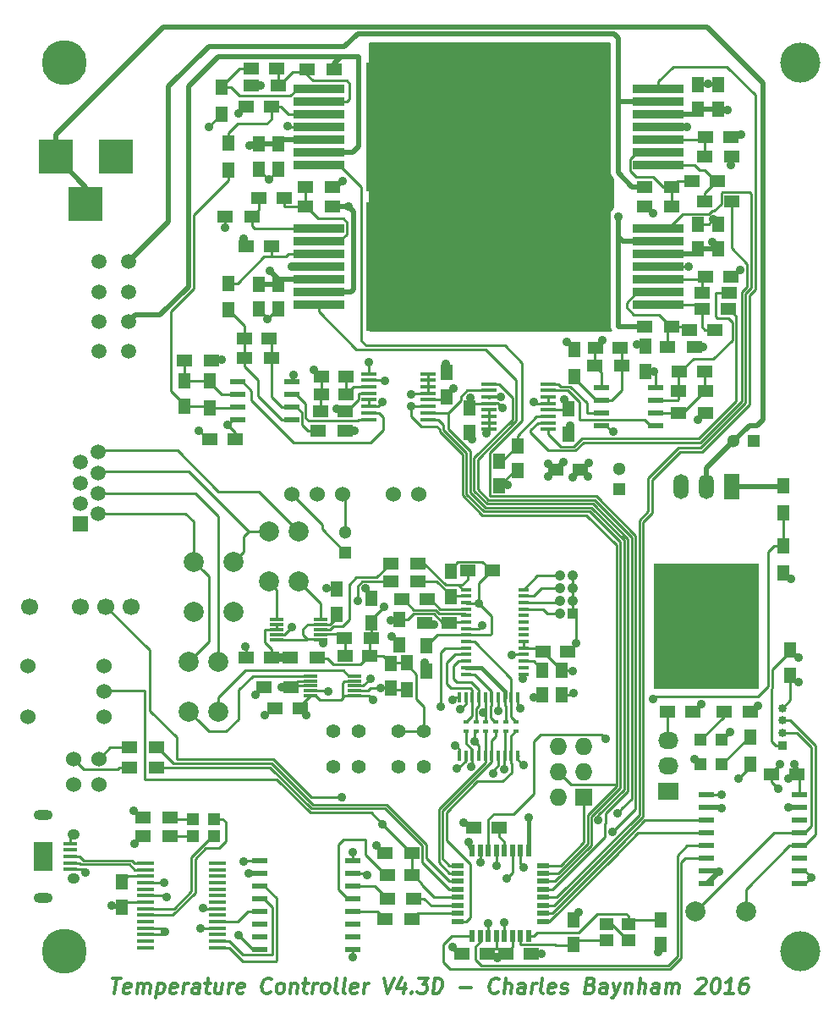
<source format=gtl>
G04 #@! TF.FileFunction,Copper,L1,Top,Signal*
%FSLAX46Y46*%
G04 Gerber Fmt 4.6, Leading zero omitted, Abs format (unit mm)*
G04 Created by KiCad (PCBNEW 4.0.4-stable) date 11/30/16 20:12:39*
%MOMM*%
%LPD*%
G01*
G04 APERTURE LIST*
%ADD10C,0.150000*%
%ADD11C,0.300000*%
%ADD12R,1.300000X1.300000*%
%ADD13C,1.300000*%
%ADD14R,1.250000X1.500000*%
%ADD15R,11.430000X12.954000*%
%ADD16R,5.080000X0.889000*%
%ADD17R,1.100000X0.400000*%
%ADD18R,1.500000X0.450000*%
%ADD19R,1.500000X1.250000*%
%ADD20R,1.500000X1.300000*%
%ADD21R,1.300000X1.500000*%
%ADD22R,1.400000X0.300000*%
%ADD23R,3.500120X3.500120*%
%ADD24C,1.524000*%
%ADD25R,1.198880X1.198880*%
%ADD26R,0.600000X1.200000*%
%ADD27R,1.200000X0.600000*%
%ADD28R,1.727200X1.727200*%
%ADD29O,1.727200X1.727200*%
%ADD30R,1.500000X0.600000*%
%ADD31R,1.750000X0.450000*%
%ADD32O,1.900000X1.000000*%
%ADD33R,1.900000X2.900000*%
%ADD34O,1.250000X1.050000*%
%ADD35R,1.350000X0.400000*%
%ADD36O,1.501140X2.499360*%
%ADD37R,1.501140X2.499360*%
%ADD38R,10.500000X12.500000*%
%ADD39C,5.080000*%
%ADD40R,0.400000X1.000000*%
%ADD41R,0.600000X0.400000*%
%ADD42R,1.550000X0.600000*%
%ADD43R,0.850000X0.850000*%
%ADD44C,0.850000*%
%ADD45R,2.032000X1.727200*%
%ADD46O,2.032000X1.727200*%
%ADD47C,1.998980*%
%ADD48C,1.500000*%
%ADD49C,1.400000*%
%ADD50C,4.500000*%
%ADD51R,1.500000X1.500000*%
%ADD52C,4.000000*%
%ADD53R,1.050000X1.050000*%
%ADD54C,1.050000*%
%ADD55R,1.400000X1.200000*%
%ADD56C,1.700000*%
%ADD57C,0.889000*%
%ADD58C,0.500000*%
%ADD59C,0.254000*%
%ADD60C,0.400000*%
G04 APERTURE END LIST*
D10*
D11*
X173339286Y-132178571D02*
X174196429Y-132178571D01*
X173580358Y-133678571D02*
X173767858Y-132178571D01*
X175089285Y-133607143D02*
X174937500Y-133678571D01*
X174651786Y-133678571D01*
X174517857Y-133607143D01*
X174464285Y-133464286D01*
X174535714Y-132892857D01*
X174625000Y-132750000D01*
X174776786Y-132678571D01*
X175062500Y-132678571D01*
X175196428Y-132750000D01*
X175250000Y-132892857D01*
X175232143Y-133035714D01*
X174500000Y-133178571D01*
X175794643Y-133678571D02*
X175919643Y-132678571D01*
X175901785Y-132821429D02*
X175982142Y-132750000D01*
X176133929Y-132678571D01*
X176348214Y-132678571D01*
X176482142Y-132750000D01*
X176535714Y-132892857D01*
X176437500Y-133678571D01*
X176535714Y-132892857D02*
X176625000Y-132750000D01*
X176776786Y-132678571D01*
X176991071Y-132678571D01*
X177125000Y-132750000D01*
X177178571Y-132892857D01*
X177080357Y-133678571D01*
X177919643Y-132678571D02*
X177732143Y-134178571D01*
X177910714Y-132750000D02*
X178062500Y-132678571D01*
X178348214Y-132678571D01*
X178482142Y-132750000D01*
X178544642Y-132821429D01*
X178598214Y-132964286D01*
X178544643Y-133392857D01*
X178455357Y-133535714D01*
X178374999Y-133607143D01*
X178223214Y-133678571D01*
X177937500Y-133678571D01*
X177803571Y-133607143D01*
X179732142Y-133607143D02*
X179580357Y-133678571D01*
X179294643Y-133678571D01*
X179160714Y-133607143D01*
X179107142Y-133464286D01*
X179178571Y-132892857D01*
X179267857Y-132750000D01*
X179419643Y-132678571D01*
X179705357Y-132678571D01*
X179839285Y-132750000D01*
X179892857Y-132892857D01*
X179875000Y-133035714D01*
X179142857Y-133178571D01*
X180437500Y-133678571D02*
X180562500Y-132678571D01*
X180526785Y-132964286D02*
X180616070Y-132821429D01*
X180696428Y-132750000D01*
X180848214Y-132678571D01*
X180991071Y-132678571D01*
X182008928Y-133678571D02*
X182107142Y-132892857D01*
X182053570Y-132750000D01*
X181919642Y-132678571D01*
X181633928Y-132678571D01*
X181482142Y-132750000D01*
X182017856Y-133607143D02*
X181866071Y-133678571D01*
X181508928Y-133678571D01*
X181374999Y-133607143D01*
X181321427Y-133464286D01*
X181339284Y-133321429D01*
X181428571Y-133178571D01*
X181580356Y-133107143D01*
X181937499Y-133107143D01*
X182089285Y-133035714D01*
X182633928Y-132678571D02*
X183205357Y-132678571D01*
X182910714Y-132178571D02*
X182749999Y-133464286D01*
X182803570Y-133607143D01*
X182937500Y-133678571D01*
X183080357Y-133678571D01*
X184348214Y-132678571D02*
X184223214Y-133678571D01*
X183705357Y-132678571D02*
X183607142Y-133464286D01*
X183660713Y-133607143D01*
X183794643Y-133678571D01*
X184008928Y-133678571D01*
X184160713Y-133607143D01*
X184241071Y-133535714D01*
X184937500Y-133678571D02*
X185062500Y-132678571D01*
X185026785Y-132964286D02*
X185116070Y-132821429D01*
X185196428Y-132750000D01*
X185348214Y-132678571D01*
X185491071Y-132678571D01*
X186446427Y-133607143D02*
X186294642Y-133678571D01*
X186008928Y-133678571D01*
X185874999Y-133607143D01*
X185821427Y-133464286D01*
X185892856Y-132892857D01*
X185982142Y-132750000D01*
X186133928Y-132678571D01*
X186419642Y-132678571D01*
X186553570Y-132750000D01*
X186607142Y-132892857D01*
X186589285Y-133035714D01*
X185857142Y-133178571D01*
X189169642Y-133535714D02*
X189089284Y-133607143D01*
X188866070Y-133678571D01*
X188723213Y-133678571D01*
X188517856Y-133607143D01*
X188392855Y-133464286D01*
X188339284Y-133321429D01*
X188303570Y-133035714D01*
X188330355Y-132821429D01*
X188437499Y-132535714D01*
X188526784Y-132392857D01*
X188687499Y-132250000D01*
X188910713Y-132178571D01*
X189053570Y-132178571D01*
X189258927Y-132250000D01*
X189321427Y-132321429D01*
X190008928Y-133678571D02*
X189874998Y-133607143D01*
X189812499Y-133535714D01*
X189758927Y-133392857D01*
X189812498Y-132964286D01*
X189901784Y-132821429D01*
X189982141Y-132750000D01*
X190133928Y-132678571D01*
X190348213Y-132678571D01*
X190482141Y-132750000D01*
X190544641Y-132821429D01*
X190598213Y-132964286D01*
X190544642Y-133392857D01*
X190455356Y-133535714D01*
X190374998Y-133607143D01*
X190223213Y-133678571D01*
X190008928Y-133678571D01*
X191276785Y-132678571D02*
X191151785Y-133678571D01*
X191258927Y-132821429D02*
X191339284Y-132750000D01*
X191491071Y-132678571D01*
X191705356Y-132678571D01*
X191839284Y-132750000D01*
X191892856Y-132892857D01*
X191794642Y-133678571D01*
X192419642Y-132678571D02*
X192991071Y-132678571D01*
X192696428Y-132178571D02*
X192535713Y-133464286D01*
X192589284Y-133607143D01*
X192723214Y-133678571D01*
X192866071Y-133678571D01*
X193366071Y-133678571D02*
X193491071Y-132678571D01*
X193455356Y-132964286D02*
X193544641Y-132821429D01*
X193624999Y-132750000D01*
X193776785Y-132678571D01*
X193919642Y-132678571D01*
X194508928Y-133678571D02*
X194374998Y-133607143D01*
X194312499Y-133535714D01*
X194258927Y-133392857D01*
X194312498Y-132964286D01*
X194401784Y-132821429D01*
X194482141Y-132750000D01*
X194633928Y-132678571D01*
X194848213Y-132678571D01*
X194982141Y-132750000D01*
X195044641Y-132821429D01*
X195098213Y-132964286D01*
X195044642Y-133392857D01*
X194955356Y-133535714D01*
X194874998Y-133607143D01*
X194723213Y-133678571D01*
X194508928Y-133678571D01*
X195866071Y-133678571D02*
X195732141Y-133607143D01*
X195678570Y-133464286D01*
X195839285Y-132178571D01*
X196651785Y-133678571D02*
X196517855Y-133607143D01*
X196464284Y-133464286D01*
X196624999Y-132178571D01*
X197803569Y-133607143D02*
X197651784Y-133678571D01*
X197366070Y-133678571D01*
X197232141Y-133607143D01*
X197178569Y-133464286D01*
X197249998Y-132892857D01*
X197339284Y-132750000D01*
X197491070Y-132678571D01*
X197776784Y-132678571D01*
X197910712Y-132750000D01*
X197964284Y-132892857D01*
X197946427Y-133035714D01*
X197214284Y-133178571D01*
X198508927Y-133678571D02*
X198633927Y-132678571D01*
X198598212Y-132964286D02*
X198687497Y-132821429D01*
X198767855Y-132750000D01*
X198919641Y-132678571D01*
X199062498Y-132678571D01*
X200553569Y-132178571D02*
X200866069Y-133678571D01*
X201553569Y-132178571D01*
X202633926Y-132678571D02*
X202508926Y-133678571D01*
X202348211Y-132107143D02*
X201857140Y-133178571D01*
X202785712Y-133178571D01*
X203312497Y-133535714D02*
X203374996Y-133607143D01*
X203294640Y-133678571D01*
X203232139Y-133607143D01*
X203312497Y-133535714D01*
X203294640Y-133678571D01*
X204053569Y-132178571D02*
X204982140Y-132178571D01*
X204410711Y-132750000D01*
X204624997Y-132750000D01*
X204758925Y-132821429D01*
X204821426Y-132892857D01*
X204874997Y-133035714D01*
X204830354Y-133392857D01*
X204741069Y-133535714D01*
X204660711Y-133607143D01*
X204508926Y-133678571D01*
X204080354Y-133678571D01*
X203946425Y-133607143D01*
X203883926Y-133535714D01*
X205437497Y-133678571D02*
X205624997Y-132178571D01*
X205982140Y-132178571D01*
X206187496Y-132250000D01*
X206312497Y-132392857D01*
X206366068Y-132535714D01*
X206401782Y-132821429D01*
X206374997Y-133035714D01*
X206267853Y-133321429D01*
X206178568Y-133464286D01*
X206017853Y-133607143D01*
X205794640Y-133678571D01*
X205437497Y-133678571D01*
X208151782Y-133107143D02*
X209294639Y-133107143D01*
X211955354Y-133535714D02*
X211874996Y-133607143D01*
X211651782Y-133678571D01*
X211508925Y-133678571D01*
X211303568Y-133607143D01*
X211178567Y-133464286D01*
X211124996Y-133321429D01*
X211089282Y-133035714D01*
X211116067Y-132821429D01*
X211223211Y-132535714D01*
X211312496Y-132392857D01*
X211473211Y-132250000D01*
X211696425Y-132178571D01*
X211839282Y-132178571D01*
X212044639Y-132250000D01*
X212107139Y-132321429D01*
X212580354Y-133678571D02*
X212767854Y-132178571D01*
X213223211Y-133678571D02*
X213321425Y-132892857D01*
X213267853Y-132750000D01*
X213133925Y-132678571D01*
X212919640Y-132678571D01*
X212767853Y-132750000D01*
X212687496Y-132821429D01*
X214580354Y-133678571D02*
X214678568Y-132892857D01*
X214624996Y-132750000D01*
X214491068Y-132678571D01*
X214205354Y-132678571D01*
X214053568Y-132750000D01*
X214589282Y-133607143D02*
X214437497Y-133678571D01*
X214080354Y-133678571D01*
X213946425Y-133607143D01*
X213892853Y-133464286D01*
X213910710Y-133321429D01*
X213999997Y-133178571D01*
X214151782Y-133107143D01*
X214508925Y-133107143D01*
X214660711Y-133035714D01*
X215294640Y-133678571D02*
X215419640Y-132678571D01*
X215383925Y-132964286D02*
X215473210Y-132821429D01*
X215553568Y-132750000D01*
X215705354Y-132678571D01*
X215848211Y-132678571D01*
X216437497Y-133678571D02*
X216303567Y-133607143D01*
X216249996Y-133464286D01*
X216410711Y-132178571D01*
X217589281Y-133607143D02*
X217437496Y-133678571D01*
X217151782Y-133678571D01*
X217017853Y-133607143D01*
X216964281Y-133464286D01*
X217035710Y-132892857D01*
X217124996Y-132750000D01*
X217276782Y-132678571D01*
X217562496Y-132678571D01*
X217696424Y-132750000D01*
X217749996Y-132892857D01*
X217732139Y-133035714D01*
X216999996Y-133178571D01*
X218232138Y-133607143D02*
X218366067Y-133678571D01*
X218651782Y-133678571D01*
X218803567Y-133607143D01*
X218892852Y-133464286D01*
X218901781Y-133392857D01*
X218848210Y-133250000D01*
X218714282Y-133178571D01*
X218499996Y-133178571D01*
X218366067Y-133107143D01*
X218312495Y-132964286D01*
X218321424Y-132892857D01*
X218410710Y-132750000D01*
X218562496Y-132678571D01*
X218776782Y-132678571D01*
X218910710Y-132750000D01*
X221249996Y-132892857D02*
X221455353Y-132964286D01*
X221517853Y-133035714D01*
X221571425Y-133178571D01*
X221544639Y-133392857D01*
X221455353Y-133535714D01*
X221374996Y-133607143D01*
X221223210Y-133678571D01*
X220651782Y-133678571D01*
X220839282Y-132178571D01*
X221339282Y-132178571D01*
X221473210Y-132250000D01*
X221535710Y-132321429D01*
X221589281Y-132464286D01*
X221571424Y-132607143D01*
X221482139Y-132750000D01*
X221401781Y-132821429D01*
X221249996Y-132892857D01*
X220749996Y-132892857D01*
X222794639Y-133678571D02*
X222892853Y-132892857D01*
X222839281Y-132750000D01*
X222705353Y-132678571D01*
X222419639Y-132678571D01*
X222267853Y-132750000D01*
X222803567Y-133607143D02*
X222651782Y-133678571D01*
X222294639Y-133678571D01*
X222160710Y-133607143D01*
X222107138Y-133464286D01*
X222124995Y-133321429D01*
X222214282Y-133178571D01*
X222366067Y-133107143D01*
X222723210Y-133107143D01*
X222874996Y-133035714D01*
X223491068Y-132678571D02*
X223723211Y-133678571D01*
X224205353Y-132678571D02*
X223723211Y-133678571D01*
X223535710Y-134035714D01*
X223455353Y-134107143D01*
X223303568Y-134178571D01*
X224776782Y-132678571D02*
X224651782Y-133678571D01*
X224758924Y-132821429D02*
X224839281Y-132750000D01*
X224991068Y-132678571D01*
X225205353Y-132678571D01*
X225339281Y-132750000D01*
X225392853Y-132892857D01*
X225294639Y-133678571D01*
X226008925Y-133678571D02*
X226196425Y-132178571D01*
X226651782Y-133678571D02*
X226749996Y-132892857D01*
X226696424Y-132750000D01*
X226562496Y-132678571D01*
X226348211Y-132678571D01*
X226196424Y-132750000D01*
X226116067Y-132821429D01*
X228008925Y-133678571D02*
X228107139Y-132892857D01*
X228053567Y-132750000D01*
X227919639Y-132678571D01*
X227633925Y-132678571D01*
X227482139Y-132750000D01*
X228017853Y-133607143D02*
X227866068Y-133678571D01*
X227508925Y-133678571D01*
X227374996Y-133607143D01*
X227321424Y-133464286D01*
X227339281Y-133321429D01*
X227428568Y-133178571D01*
X227580353Y-133107143D01*
X227937496Y-133107143D01*
X228089282Y-133035714D01*
X228723211Y-133678571D02*
X228848211Y-132678571D01*
X228830353Y-132821429D02*
X228910710Y-132750000D01*
X229062497Y-132678571D01*
X229276782Y-132678571D01*
X229410710Y-132750000D01*
X229464282Y-132892857D01*
X229366068Y-133678571D01*
X229464282Y-132892857D02*
X229553568Y-132750000D01*
X229705354Y-132678571D01*
X229919639Y-132678571D01*
X230053568Y-132750000D01*
X230107139Y-132892857D01*
X230008925Y-133678571D01*
X231964281Y-132321429D02*
X232044639Y-132250000D01*
X232196425Y-132178571D01*
X232553568Y-132178571D01*
X232687496Y-132250000D01*
X232749996Y-132321429D01*
X232803567Y-132464286D01*
X232785710Y-132607143D01*
X232687496Y-132821429D01*
X231723211Y-133678571D01*
X232651782Y-133678571D01*
X233767853Y-132178571D02*
X233910710Y-132178571D01*
X234044638Y-132250000D01*
X234107138Y-132321429D01*
X234160710Y-132464286D01*
X234196424Y-132750000D01*
X234151781Y-133107143D01*
X234044639Y-133392857D01*
X233955353Y-133535714D01*
X233874995Y-133607143D01*
X233723210Y-133678571D01*
X233580353Y-133678571D01*
X233446424Y-133607143D01*
X233383924Y-133535714D01*
X233330353Y-133392857D01*
X233294638Y-133107143D01*
X233339281Y-132750000D01*
X233446424Y-132464286D01*
X233535709Y-132321429D01*
X233616067Y-132250000D01*
X233767853Y-132178571D01*
X235508924Y-133678571D02*
X234651781Y-133678571D01*
X235080353Y-133678571D02*
X235267853Y-132178571D01*
X235098210Y-132392857D01*
X234937495Y-132535714D01*
X234785709Y-132607143D01*
X236982138Y-132178571D02*
X236696424Y-132178571D01*
X236544638Y-132250000D01*
X236464280Y-132321429D01*
X236294638Y-132535714D01*
X236187494Y-132821429D01*
X236116066Y-133392857D01*
X236169638Y-133535714D01*
X236232137Y-133607143D01*
X236366067Y-133678571D01*
X236651781Y-133678571D01*
X236803566Y-133607143D01*
X236883924Y-133535714D01*
X236973209Y-133392857D01*
X237017852Y-133035714D01*
X236964281Y-132892857D01*
X236901780Y-132821429D01*
X236767852Y-132750000D01*
X236482138Y-132750000D01*
X236330351Y-132821429D01*
X236249995Y-132892857D01*
X236160709Y-133035714D01*
D12*
X224090000Y-83230000D03*
D13*
X224090000Y-81230000D03*
D14*
X241200000Y-101850000D03*
X241200000Y-99350000D03*
D15*
X204414000Y-47000000D03*
D16*
X194000000Y-43190000D03*
X194000000Y-44460000D03*
X194000000Y-45730000D03*
X194000000Y-47000000D03*
X194000000Y-48270000D03*
X194000000Y-49540000D03*
X194000000Y-50810000D03*
D17*
X208782800Y-93311000D03*
X208782800Y-93961000D03*
X208782800Y-94611000D03*
X208782800Y-95261000D03*
X208782800Y-95911000D03*
X208782800Y-96561000D03*
X208782800Y-97211000D03*
X208782800Y-97861000D03*
X208782800Y-98511000D03*
X208782800Y-99161000D03*
X208782800Y-99811000D03*
X208782800Y-100461000D03*
X208782800Y-101111000D03*
X208782800Y-101761000D03*
X214482800Y-101761000D03*
X214482800Y-101111000D03*
X214482800Y-100461000D03*
X214482800Y-99811000D03*
X214482800Y-99161000D03*
X214482800Y-98511000D03*
X214482800Y-97861000D03*
X214482800Y-97211000D03*
X214482800Y-96561000D03*
X214482800Y-95911000D03*
X214482800Y-95261000D03*
X214482800Y-94611000D03*
X214482800Y-93961000D03*
X214482800Y-93311000D03*
D18*
X199050000Y-71725000D03*
X199050000Y-72375000D03*
X199050000Y-73025000D03*
X199050000Y-73675000D03*
X199050000Y-74325000D03*
X199050000Y-74975000D03*
X199050000Y-75625000D03*
X199050000Y-76275000D03*
X204950000Y-76275000D03*
X204950000Y-75625000D03*
X204950000Y-74975000D03*
X204950000Y-74325000D03*
X204950000Y-73675000D03*
X204950000Y-73025000D03*
X204950000Y-72375000D03*
X204950000Y-71725000D03*
D14*
X202050000Y-96300000D03*
X202050000Y-98800000D03*
D19*
X207100000Y-96600000D03*
X204600000Y-96600000D03*
X204850000Y-94300000D03*
X202350000Y-94300000D03*
D14*
X204800000Y-98950000D03*
X204800000Y-101450000D03*
D20*
X187350000Y-56000000D03*
X184650000Y-56000000D03*
D21*
X185000000Y-48650000D03*
X185000000Y-51350000D03*
X185000000Y-62650000D03*
X185000000Y-65350000D03*
D19*
X228950000Y-105500000D03*
X231450000Y-105500000D03*
D14*
X218300000Y-101350000D03*
X218300000Y-103850000D03*
D19*
X216450000Y-99500000D03*
X218950000Y-99500000D03*
D14*
X216400000Y-101350000D03*
X216400000Y-103850000D03*
D20*
X177750000Y-111100000D03*
X175050000Y-111100000D03*
X177750000Y-109100000D03*
X175050000Y-109100000D03*
D19*
X196700000Y-75500000D03*
X194200000Y-75500000D03*
D14*
X206800000Y-74050000D03*
X206800000Y-71550000D03*
D19*
X192150000Y-105200000D03*
X189650000Y-105200000D03*
D14*
X201210000Y-103178000D03*
X201210000Y-100678000D03*
D20*
X193850000Y-100100000D03*
X191150000Y-100100000D03*
X191250000Y-103100000D03*
X188550000Y-103100000D03*
D21*
X202800000Y-103350000D03*
X202800000Y-100650000D03*
D22*
X193168000Y-101944000D03*
X193168000Y-102444000D03*
X193168000Y-102944000D03*
X193168000Y-103444000D03*
X193168000Y-103944000D03*
X197568000Y-103944000D03*
X197568000Y-103444000D03*
X197568000Y-102944000D03*
X197568000Y-102444000D03*
X197568000Y-101944000D03*
D14*
X195800000Y-95750000D03*
X195800000Y-93250000D03*
D19*
X189250000Y-100100000D03*
X186750000Y-100100000D03*
D14*
X199300000Y-96650000D03*
X199300000Y-94150000D03*
D19*
X196650000Y-99900000D03*
X199150000Y-99900000D03*
D20*
X196550000Y-98200000D03*
X199250000Y-98200000D03*
D22*
X189800000Y-96300000D03*
X189800000Y-96800000D03*
X189800000Y-97300000D03*
X189800000Y-97800000D03*
X189800000Y-98300000D03*
X194200000Y-98300000D03*
X194200000Y-97800000D03*
X194200000Y-97300000D03*
X194200000Y-96800000D03*
X194200000Y-96300000D03*
D19*
X196750000Y-73800000D03*
X194250000Y-73800000D03*
X196750000Y-72000000D03*
X194250000Y-72000000D03*
D14*
X234000000Y-45250000D03*
X234000000Y-42750000D03*
X232000000Y-45250000D03*
X232000000Y-42750000D03*
X188000000Y-48750000D03*
X188000000Y-51250000D03*
X190000000Y-48750000D03*
X190000000Y-51250000D03*
D19*
X186750000Y-45000000D03*
X189250000Y-45000000D03*
X235250000Y-48000000D03*
X232750000Y-48000000D03*
D20*
X192850000Y-41300000D03*
X195550000Y-41300000D03*
X187250000Y-42900000D03*
X189950000Y-42900000D03*
X195350000Y-53000000D03*
X192650000Y-53000000D03*
X192650000Y-55000000D03*
X195350000Y-55000000D03*
D23*
X173700140Y-50000000D03*
X167700660Y-50000000D03*
X170700400Y-54699000D03*
D24*
X204000000Y-83730000D03*
X201460000Y-83730000D03*
X196380000Y-83730000D03*
X193840000Y-83730000D03*
X191300000Y-83730000D03*
X169440000Y-110280000D03*
X169440000Y-112820000D03*
X171980000Y-110280000D03*
X171980000Y-112820000D03*
D19*
X217730000Y-81320000D03*
X220230000Y-81320000D03*
X212750000Y-129700000D03*
X215250000Y-129700000D03*
X212050000Y-117100000D03*
X209550000Y-117100000D03*
X210850000Y-129700000D03*
X208350000Y-129700000D03*
X203350000Y-121900000D03*
X200850000Y-121900000D03*
D14*
X174300000Y-122550000D03*
X174300000Y-125050000D03*
D25*
X181450980Y-118000000D03*
X183549020Y-118000000D03*
X181450980Y-116250000D03*
X183549020Y-116250000D03*
D26*
X209400000Y-127950000D03*
X210200000Y-127950000D03*
X211000000Y-127950000D03*
X211800000Y-127950000D03*
X212600000Y-127950000D03*
X213400000Y-127950000D03*
X214200000Y-127950000D03*
X215000000Y-127950000D03*
D27*
X216450000Y-126500000D03*
X216450000Y-125700000D03*
X216450000Y-124900000D03*
X216450000Y-124100000D03*
X216450000Y-123300000D03*
X216450000Y-122500000D03*
X216450000Y-121700000D03*
X216450000Y-120900000D03*
D26*
X215000000Y-119450000D03*
X214200000Y-119450000D03*
X213400000Y-119450000D03*
X212600000Y-119450000D03*
X211800000Y-119450000D03*
X211000000Y-119450000D03*
X210200000Y-119450000D03*
X209400000Y-119450000D03*
D27*
X207950000Y-120900000D03*
X207950000Y-121700000D03*
X207950000Y-122500000D03*
X207950000Y-123300000D03*
X207950000Y-124100000D03*
X207950000Y-124900000D03*
X207950000Y-125700000D03*
X207950000Y-126500000D03*
D28*
X220540000Y-114040000D03*
D29*
X218000000Y-114040000D03*
X220540000Y-111500000D03*
X218000000Y-111500000D03*
X220540000Y-108960000D03*
X218000000Y-108960000D03*
D20*
X200650000Y-119700000D03*
X203350000Y-119700000D03*
X179100000Y-118000000D03*
X176400000Y-118000000D03*
X179150000Y-116100000D03*
X176450000Y-116100000D03*
X203550000Y-124200000D03*
X200850000Y-124200000D03*
X200650000Y-126300000D03*
X203350000Y-126300000D03*
D30*
X188100000Y-120410000D03*
X188100000Y-121680000D03*
X188100000Y-122950000D03*
X188100000Y-124220000D03*
X188100000Y-125490000D03*
X188100000Y-126760000D03*
X188100000Y-128030000D03*
X188100000Y-129300000D03*
X197400000Y-129300000D03*
X197400000Y-128030000D03*
X197400000Y-126760000D03*
X197400000Y-125490000D03*
X197400000Y-124220000D03*
X197400000Y-122950000D03*
X197400000Y-121680000D03*
X197400000Y-120410000D03*
D31*
X183900000Y-129125000D03*
X183900000Y-128475000D03*
X183900000Y-127825000D03*
X183900000Y-127175000D03*
X183900000Y-126525000D03*
X183900000Y-125875000D03*
X183900000Y-125225000D03*
X183900000Y-124575000D03*
X183900000Y-123925000D03*
X183900000Y-123275000D03*
X183900000Y-122625000D03*
X183900000Y-121975000D03*
X183900000Y-121325000D03*
X183900000Y-120675000D03*
X176700000Y-120675000D03*
X176700000Y-121325000D03*
X176700000Y-121975000D03*
X176700000Y-122625000D03*
X176700000Y-123275000D03*
X176700000Y-123925000D03*
X176700000Y-124575000D03*
X176700000Y-125225000D03*
X176700000Y-125875000D03*
X176700000Y-126525000D03*
X176700000Y-127175000D03*
X176700000Y-127825000D03*
X176700000Y-128475000D03*
X176700000Y-129125000D03*
D19*
X208900000Y-91400000D03*
X211400000Y-91400000D03*
D14*
X207200000Y-91500000D03*
X207200000Y-94000000D03*
D20*
X203900000Y-90700000D03*
X201200000Y-90700000D03*
X203900000Y-92500000D03*
X201200000Y-92500000D03*
D14*
X228200000Y-126350000D03*
X228200000Y-128850000D03*
X219500000Y-126350000D03*
X219500000Y-128850000D03*
D32*
X166450000Y-115825000D03*
X166450000Y-124175000D03*
D33*
X166450000Y-120000000D03*
D34*
X169450000Y-117775000D03*
X169450000Y-122225000D03*
D35*
X169125000Y-121300000D03*
X169125000Y-120650000D03*
X169125000Y-120000000D03*
X169125000Y-119350000D03*
X169125000Y-118700000D03*
D36*
X232800000Y-83000000D03*
D37*
X235340000Y-83000000D03*
D36*
X230260000Y-83000000D03*
D38*
X232800000Y-96964000D03*
D39*
X232800000Y-99750000D03*
D24*
X164880000Y-100960000D03*
X164880000Y-106040000D03*
X172500000Y-106040000D03*
X172500000Y-103500000D03*
X172500000Y-100960000D03*
D40*
X208075000Y-109900000D03*
X208725000Y-109900000D03*
X209375000Y-109900000D03*
X210025000Y-109900000D03*
X210675000Y-109900000D03*
X211325000Y-109900000D03*
X211975000Y-109900000D03*
X212625000Y-109900000D03*
X213275000Y-109900000D03*
X213925000Y-109900000D03*
X213925000Y-104100000D03*
X213275000Y-104100000D03*
X212625000Y-104100000D03*
X211975000Y-104100000D03*
X211325000Y-104100000D03*
X210675000Y-104100000D03*
X210025000Y-104100000D03*
X209375000Y-104100000D03*
X208725000Y-104100000D03*
X208075000Y-104100000D03*
D41*
X208750000Y-106550000D03*
X208750000Y-107450000D03*
X209800000Y-106550000D03*
X209800000Y-107450000D03*
X213750000Y-106550000D03*
X213750000Y-107450000D03*
X211750000Y-106550000D03*
X211750000Y-107450000D03*
X212750000Y-106550000D03*
X212750000Y-107450000D03*
X210750000Y-106550000D03*
X210750000Y-107450000D03*
D14*
X188000000Y-62750000D03*
X188000000Y-65250000D03*
X190000000Y-62750000D03*
X190000000Y-65250000D03*
D19*
X186750000Y-59000000D03*
X189250000Y-59000000D03*
D14*
X234000000Y-59250000D03*
X234000000Y-56750000D03*
X232000000Y-59250000D03*
X232000000Y-56750000D03*
D19*
X235250000Y-62000000D03*
X232750000Y-62000000D03*
D20*
X229350000Y-53000000D03*
X226650000Y-53000000D03*
X226650000Y-55000000D03*
X229350000Y-55000000D03*
X231650000Y-69000000D03*
X228950000Y-69000000D03*
X229350000Y-67000000D03*
X226650000Y-67000000D03*
X232650000Y-54500000D03*
X235350000Y-54500000D03*
X232350000Y-65200000D03*
X235050000Y-65200000D03*
X232650000Y-50000000D03*
X235350000Y-50000000D03*
X232400000Y-63600000D03*
X235100000Y-63600000D03*
D15*
X217586000Y-61000000D03*
D16*
X228000000Y-64810000D03*
X228000000Y-63540000D03*
X228000000Y-62270000D03*
X228000000Y-61000000D03*
X228000000Y-59730000D03*
X228000000Y-58460000D03*
X228000000Y-57190000D03*
D15*
X204414000Y-61000000D03*
D16*
X194000000Y-57190000D03*
X194000000Y-58460000D03*
X194000000Y-59730000D03*
X194000000Y-61000000D03*
X194000000Y-62270000D03*
X194000000Y-63540000D03*
X194000000Y-64810000D03*
D15*
X217586000Y-47000000D03*
D16*
X228000000Y-50810000D03*
X228000000Y-49540000D03*
X228000000Y-48270000D03*
X228000000Y-47000000D03*
X228000000Y-45730000D03*
X228000000Y-44460000D03*
X228000000Y-43190000D03*
D21*
X184300000Y-43050000D03*
X184300000Y-45750000D03*
D14*
X209100000Y-75100000D03*
X209100000Y-77600000D03*
X219000000Y-75250000D03*
X219000000Y-77750000D03*
X212100000Y-80450000D03*
X212100000Y-82950000D03*
X213900000Y-78900000D03*
X213900000Y-81400000D03*
D18*
X216950000Y-77275000D03*
X216950000Y-76625000D03*
X216950000Y-75975000D03*
X216950000Y-75325000D03*
X216950000Y-74675000D03*
X216950000Y-74025000D03*
X216950000Y-73375000D03*
X216950000Y-72725000D03*
X211050000Y-72725000D03*
X211050000Y-73375000D03*
X211050000Y-74025000D03*
X211050000Y-74675000D03*
X211050000Y-75325000D03*
X211050000Y-75975000D03*
X211050000Y-76625000D03*
X211050000Y-77275000D03*
D14*
X180600000Y-74950000D03*
X180600000Y-72450000D03*
D19*
X186550000Y-68200000D03*
X189050000Y-68200000D03*
X185650000Y-78300000D03*
X183150000Y-78300000D03*
X230100000Y-71500000D03*
X232600000Y-71500000D03*
X221700000Y-69100000D03*
X224200000Y-69100000D03*
D14*
X226700000Y-71450000D03*
X226700000Y-68950000D03*
D20*
X193950000Y-77400000D03*
X196650000Y-77400000D03*
X180550000Y-70400000D03*
X183250000Y-70400000D03*
D21*
X183100000Y-75150000D03*
X183100000Y-72450000D03*
D20*
X186550000Y-70100000D03*
X189250000Y-70100000D03*
D21*
X219600000Y-72000000D03*
X219600000Y-69300000D03*
D20*
X230050000Y-75600000D03*
X232750000Y-75600000D03*
X230000000Y-73400000D03*
X232700000Y-73400000D03*
X221650000Y-70900000D03*
X224350000Y-70900000D03*
D42*
X191300000Y-76305000D03*
X191300000Y-75035000D03*
X191300000Y-73765000D03*
X191300000Y-72495000D03*
X185900000Y-72495000D03*
X185900000Y-73765000D03*
X185900000Y-75035000D03*
X185900000Y-76305000D03*
X222300000Y-73095000D03*
X222300000Y-74365000D03*
X222300000Y-75635000D03*
X222300000Y-76905000D03*
X227700000Y-76905000D03*
X227700000Y-75635000D03*
X227700000Y-74365000D03*
X227700000Y-73095000D03*
D43*
X240400000Y-108900000D03*
D44*
X240400000Y-107650000D03*
X240400000Y-106400000D03*
X240400000Y-105150000D03*
D19*
X190550000Y-54100000D03*
X188050000Y-54100000D03*
X189800000Y-41200000D03*
X187300000Y-41200000D03*
X231150000Y-67300000D03*
X233650000Y-67300000D03*
X231400000Y-52400000D03*
X233900000Y-52400000D03*
D25*
X234349020Y-110800000D03*
X232250980Y-110800000D03*
X234349020Y-108300000D03*
X232250980Y-108300000D03*
D20*
X234550000Y-105500000D03*
X237250000Y-105500000D03*
D21*
X237200000Y-110750000D03*
X237200000Y-108050000D03*
D45*
X229000000Y-113500000D03*
D46*
X229000000Y-110960000D03*
X229000000Y-108420000D03*
D47*
X181000000Y-105499360D03*
X181000000Y-100498100D03*
X189000000Y-92499360D03*
X189000000Y-87498100D03*
X184000000Y-100500640D03*
X184000000Y-105501900D03*
X192000000Y-92499360D03*
X192000000Y-87498100D03*
X185500000Y-90500640D03*
X185500000Y-95501900D03*
X181500000Y-90500640D03*
X181500000Y-95501900D03*
D48*
X175000000Y-69500000D03*
X172000000Y-69500000D03*
X172000000Y-66500000D03*
X175000000Y-66500000D03*
X175000000Y-63500000D03*
X172000000Y-63500000D03*
X175000000Y-60500000D03*
X172000000Y-60500000D03*
D49*
X195500000Y-111000000D03*
X198040000Y-111000000D03*
X195500000Y-107500000D03*
X198040000Y-107500000D03*
X202000000Y-107500000D03*
X204540000Y-107500000D03*
X202000000Y-111000000D03*
X204540000Y-111000000D03*
D50*
X168570000Y-129450000D03*
X168570000Y-40550000D03*
D51*
X170140000Y-86710000D03*
D48*
X171920000Y-85690000D03*
X170140000Y-84670000D03*
X171920000Y-83650000D03*
X170140000Y-82630000D03*
X171920000Y-81610000D03*
X170140000Y-80590000D03*
X171920000Y-79570000D03*
D52*
X242240000Y-129450000D03*
X242240000Y-40550000D03*
D30*
X232850000Y-113855000D03*
X232850000Y-115125000D03*
X232850000Y-116395000D03*
X232850000Y-117665000D03*
X232850000Y-118935000D03*
X232850000Y-120205000D03*
X232850000Y-121475000D03*
X232850000Y-122745000D03*
X242150000Y-122745000D03*
X242150000Y-121475000D03*
X242150000Y-120205000D03*
X242150000Y-118935000D03*
X242150000Y-117665000D03*
X242150000Y-116395000D03*
X242150000Y-115125000D03*
X242150000Y-113855000D03*
D53*
X219400000Y-95700000D03*
D54*
X219400000Y-94430000D03*
X219400000Y-93160000D03*
X219400000Y-91890000D03*
X218130000Y-94430000D03*
X218130000Y-93160000D03*
X218130000Y-91890000D03*
X218130000Y-95700000D03*
D19*
X241850000Y-111800000D03*
X239350000Y-111800000D03*
D12*
X237550000Y-78450000D03*
D13*
X235550000Y-78450000D03*
D12*
X196700000Y-89600000D03*
D13*
X196700000Y-87600000D03*
D55*
X222800000Y-128400000D03*
X225000000Y-128400000D03*
X222800000Y-126800000D03*
X225000000Y-126800000D03*
D21*
X240500000Y-82900000D03*
X240500000Y-85600000D03*
X240500000Y-88900000D03*
X240500000Y-91600000D03*
D47*
X236749360Y-125500000D03*
X231748100Y-125500000D03*
D56*
X165100000Y-95000000D03*
X170180000Y-95000000D03*
X172720000Y-95000000D03*
X175260000Y-95000000D03*
D57*
X197000000Y-55000000D03*
X189100000Y-61400000D03*
X187100000Y-48900000D03*
X233400000Y-58500000D03*
X234900000Y-45300000D03*
X218460000Y-80580000D03*
X216940000Y-80690000D03*
X217000000Y-82030000D03*
X235200000Y-107600000D03*
X211864465Y-130201480D03*
X218600000Y-74300000D03*
X195800000Y-75200000D03*
X212371512Y-75101827D03*
X209200000Y-74100000D03*
X207500000Y-73200000D03*
X227579000Y-71450000D03*
X184900000Y-76800000D03*
X211500000Y-111700000D03*
X207700000Y-108900000D03*
X214500000Y-121100000D03*
X197400000Y-119600000D03*
X199800000Y-118900000D03*
X234300000Y-113800000D03*
X221030000Y-80630000D03*
X219410000Y-82070000D03*
X220980000Y-82000000D03*
X241250000Y-92250000D03*
X234100000Y-121500000D03*
X231600000Y-110300000D03*
X238000000Y-104900000D03*
X232300000Y-104800000D03*
X236300000Y-47800000D03*
X207400000Y-129100000D03*
X232500000Y-69000000D03*
X233495837Y-56287027D03*
X209400000Y-78231447D03*
X212900000Y-82800000D03*
X228000000Y-129612458D03*
X215000000Y-42500000D03*
X215000000Y-45000000D03*
X215000000Y-47500000D03*
X215000000Y-50000000D03*
X217500000Y-42500000D03*
X217500000Y-45000000D03*
X217500000Y-47500000D03*
X217500000Y-50000000D03*
X220000000Y-45000000D03*
X220000000Y-42500000D03*
X220000000Y-47500000D03*
X220000000Y-50000000D03*
X220000000Y-65000000D03*
X220000000Y-62500000D03*
X220000000Y-57500000D03*
X220000000Y-60000000D03*
X217500000Y-65000000D03*
X217500000Y-62500000D03*
X217500000Y-60000000D03*
X217500000Y-57500000D03*
X215000000Y-65000000D03*
X215000000Y-62500000D03*
X215000000Y-60000000D03*
X215000000Y-57500000D03*
X202500000Y-57500000D03*
X202500000Y-60000000D03*
X202500000Y-62500000D03*
X202500000Y-65000000D03*
X205000000Y-57500000D03*
X205000000Y-60000000D03*
X205000000Y-62500000D03*
X205000000Y-65000000D03*
X207500000Y-60000000D03*
X207500000Y-57500000D03*
X207500000Y-62500000D03*
X207500000Y-65000000D03*
X207500000Y-50000000D03*
X207500000Y-47500000D03*
X207500000Y-42500000D03*
X207500000Y-45000000D03*
X205000000Y-50000000D03*
X205000000Y-47500000D03*
X205000000Y-45000000D03*
X205000000Y-42500000D03*
X202500000Y-50000000D03*
X202500000Y-47500000D03*
X202500000Y-45000000D03*
X202500000Y-42500000D03*
X231000000Y-61000000D03*
X188200000Y-42900000D03*
X191300000Y-61000000D03*
X230900000Y-47000000D03*
X218800000Y-68500000D03*
X219200000Y-76900000D03*
X223458932Y-77512460D03*
X215500000Y-74500000D03*
X220013846Y-125598520D03*
X206700000Y-70700000D03*
X210800000Y-77700000D03*
X225900000Y-68800000D03*
X227500000Y-55700000D03*
X236200000Y-61300000D03*
X233000000Y-42700000D03*
X186500000Y-58200000D03*
X186000000Y-45700000D03*
X190900000Y-46900000D03*
X197600000Y-77400000D03*
X193500000Y-71300000D03*
X203300000Y-73800000D03*
X200400000Y-74500000D03*
X189000000Y-52300000D03*
X196400000Y-52400000D03*
X188900000Y-66200000D03*
X184300000Y-70300000D03*
X182000000Y-77400000D03*
X191500000Y-71800000D03*
X232000000Y-76300000D03*
X214500000Y-110900000D03*
X207800000Y-111200000D03*
X208500000Y-116600000D03*
X216300000Y-129700000D03*
X212600000Y-126600000D03*
X211000000Y-126700000D03*
X211800000Y-120900000D03*
X198900000Y-121900000D03*
X197400000Y-130100000D03*
X234300000Y-115200000D03*
X200194000Y-103198000D03*
X173300000Y-124900000D03*
X178518239Y-122607338D03*
X186000000Y-127900000D03*
X187000000Y-121700000D03*
X182400000Y-125200000D03*
X178600000Y-127500000D03*
X178800000Y-124100000D03*
X175600000Y-118700000D03*
X175500000Y-115400000D03*
X170663421Y-121630882D03*
X182200000Y-127200000D03*
X186500000Y-120500000D03*
X222750000Y-108250000D03*
X227500000Y-104250000D03*
X224000000Y-56000000D03*
X183000000Y-47000000D03*
X200600000Y-72400000D03*
X184600000Y-57100000D03*
X199000000Y-70600000D03*
X241000000Y-112200000D03*
X241600000Y-110800000D03*
X242000000Y-102600000D03*
X219400000Y-101500000D03*
X207443928Y-104356072D03*
X212000000Y-105400000D03*
X201250000Y-96400000D03*
X199454021Y-104381085D03*
X192800000Y-105900000D03*
X194450000Y-98675000D03*
X219800000Y-98700000D03*
X186700000Y-99000000D03*
X208200000Y-105300000D03*
X214200000Y-105200000D03*
X219500000Y-103700000D03*
X215500000Y-104100000D03*
X204600000Y-100600000D03*
X205531072Y-96768928D03*
X201350000Y-97950000D03*
X198700000Y-93200000D03*
X194800000Y-93200000D03*
X191300000Y-97100000D03*
X195000000Y-103500000D03*
X187700000Y-103800000D03*
X188600000Y-105900000D03*
X210362800Y-96901000D03*
X214450000Y-102250000D03*
X213360000Y-99822000D03*
X210000000Y-94700000D03*
X200582281Y-95034824D03*
X200400000Y-116800000D03*
X190200000Y-100100000D03*
X190300000Y-103100000D03*
X203300000Y-75000000D03*
X212204113Y-74004113D03*
X209600000Y-108500000D03*
X212600000Y-111300000D03*
X236000000Y-112200000D03*
X222007717Y-116337406D03*
X209273308Y-111042739D03*
X215000000Y-116100000D03*
X223377439Y-117577439D03*
X210216752Y-120590427D03*
X223893469Y-115656958D03*
X209000000Y-118600000D03*
X210498520Y-105606778D03*
X206200000Y-105000000D03*
X197900000Y-94400000D03*
X199200000Y-102200000D03*
X196300000Y-114100000D03*
X212800000Y-122200000D03*
X235300000Y-50800000D03*
X222400000Y-68400000D03*
X240000000Y-113200000D03*
X240200000Y-110800000D03*
X243300000Y-122100000D03*
X241000000Y-115100000D03*
X242000000Y-100100000D03*
D58*
X178150000Y-65850000D02*
X175650000Y-65850000D01*
X181000000Y-43000000D02*
X181000000Y-63000000D01*
X181000000Y-63000000D02*
X178150000Y-65850000D01*
X184000000Y-40000000D02*
X181000000Y-43000000D01*
X196200000Y-40000000D02*
X184000000Y-40000000D01*
X175650000Y-65850000D02*
X175000000Y-66500000D01*
X195550000Y-41300000D02*
X195550000Y-40650000D01*
X195550000Y-40650000D02*
X196200000Y-40000000D01*
X198000000Y-49000000D02*
X198000000Y-40000000D01*
X198000000Y-40000000D02*
X196200000Y-40000000D01*
X194000000Y-49540000D02*
X197460000Y-49540000D01*
X197460000Y-49540000D02*
X198000000Y-49000000D01*
X195350000Y-55000000D02*
X197000000Y-55000000D01*
X194000000Y-63540000D02*
X197260000Y-63540000D01*
X197260000Y-63540000D02*
X197500000Y-63300000D01*
X197000000Y-55000000D02*
X197500000Y-55500000D01*
X197500000Y-63300000D02*
X197500000Y-55500000D01*
X235340000Y-83000000D02*
X240400000Y-83000000D01*
X240400000Y-83000000D02*
X240500000Y-82900000D01*
X190000000Y-62300000D02*
X189100000Y-61400000D01*
X190000000Y-62750000D02*
X190000000Y-62300000D01*
X187250000Y-48750000D02*
X188000000Y-48750000D01*
X187100000Y-48900000D02*
X187250000Y-48750000D01*
X190000000Y-48750000D02*
X188000000Y-48750000D01*
X190100000Y-62650000D02*
X190000000Y-62750000D01*
X190100000Y-48850000D02*
X190000000Y-48750000D01*
X234850000Y-45250000D02*
X234000000Y-45250000D01*
X234900000Y-45300000D02*
X234850000Y-45250000D01*
X228000000Y-59730000D02*
X231520000Y-59730000D01*
X231520000Y-59730000D02*
X232000000Y-59250000D01*
X232000000Y-59250000D02*
X234000000Y-59250000D01*
X232000000Y-45250000D02*
X234000000Y-45250000D01*
X228000000Y-45730000D02*
X231520000Y-45730000D01*
X231520000Y-45730000D02*
X232000000Y-45250000D01*
X194000000Y-48270000D02*
X190480000Y-48270000D01*
X190480000Y-48270000D02*
X190000000Y-48750000D01*
X190000000Y-62750000D02*
X188000000Y-62750000D01*
X194000000Y-62270000D02*
X190480000Y-62270000D01*
X190480000Y-62270000D02*
X190000000Y-62750000D01*
X218460000Y-80580000D02*
X217730000Y-81310000D01*
X216940000Y-80690000D02*
X217570000Y-81320000D01*
X217730000Y-81320000D02*
X217730000Y-81310000D01*
X217730000Y-81320000D02*
X217570000Y-81320000D01*
X217000000Y-82030000D02*
X217020000Y-82030000D01*
X217020000Y-82030000D02*
X217730000Y-81320000D01*
D59*
X234349020Y-108300000D02*
X234500000Y-108300000D01*
X234500000Y-108300000D02*
X235200000Y-107600000D01*
X212750000Y-129700000D02*
X212365945Y-129700000D01*
X211854000Y-129700000D02*
X211864465Y-129710465D01*
X211864465Y-129710465D02*
X211864465Y-130201480D01*
X212308964Y-129756981D02*
X211864465Y-130201480D01*
X212365945Y-129700000D02*
X212308964Y-129756981D01*
X210850000Y-129700000D02*
X211854000Y-129700000D01*
X219000000Y-75250000D02*
X219000000Y-74700000D01*
X219000000Y-74700000D02*
X218600000Y-74300000D01*
X196700000Y-75500000D02*
X196100000Y-75500000D01*
X196100000Y-75500000D02*
X195800000Y-75200000D01*
X216950000Y-75325000D02*
X218925000Y-75325000D01*
X218925000Y-75325000D02*
X219000000Y-75250000D01*
X211067672Y-74657328D02*
X211927013Y-74657328D01*
X211050000Y-74675000D02*
X211067672Y-74657328D01*
X211927013Y-74657328D02*
X212371512Y-75101827D01*
X209100000Y-74200000D02*
X209200000Y-74100000D01*
X209100000Y-75100000D02*
X209100000Y-74200000D01*
X206800000Y-74050000D02*
X206800000Y-73900000D01*
X206800000Y-73900000D02*
X207500000Y-73200000D01*
X204950000Y-74325000D02*
X206525000Y-74325000D01*
X206525000Y-74325000D02*
X206800000Y-74050000D01*
X211050000Y-74675000D02*
X209525000Y-74675000D01*
X209525000Y-74675000D02*
X209100000Y-75100000D01*
X226700000Y-71450000D02*
X227579000Y-71450000D01*
X227700000Y-73095000D02*
X227700000Y-71571000D01*
X227700000Y-71571000D02*
X227579000Y-71450000D01*
X198025000Y-73675000D02*
X198025000Y-74300000D01*
X198025000Y-74300000D02*
X196825000Y-75500000D01*
X196825000Y-75500000D02*
X196700000Y-75500000D01*
X199050000Y-73675000D02*
X198025000Y-73675000D01*
X185650000Y-78300000D02*
X185650000Y-77550000D01*
X184900000Y-76800000D02*
X185395000Y-76305000D01*
X185650000Y-77550000D02*
X184900000Y-76800000D01*
X185900000Y-76305000D02*
X185395000Y-76305000D01*
X211975000Y-109900000D02*
X211975000Y-110925000D01*
X211500000Y-111400000D02*
X211500000Y-111700000D01*
X211975000Y-110925000D02*
X211500000Y-111400000D01*
X208075000Y-109900000D02*
X208075000Y-109275000D01*
X208075000Y-109275000D02*
X207700000Y-108900000D01*
X213400000Y-127950000D02*
X213400000Y-129050000D01*
X213400000Y-129050000D02*
X212750000Y-129700000D01*
X211800000Y-129200000D02*
X211350000Y-129200000D01*
X211350000Y-129200000D02*
X210850000Y-129700000D01*
X211800000Y-129200000D02*
X212250000Y-129200000D01*
X212250000Y-129200000D02*
X212750000Y-129700000D01*
X211800000Y-127950000D02*
X211800000Y-129200000D01*
X214200000Y-119450000D02*
X214200000Y-120800000D01*
X214200000Y-120800000D02*
X214500000Y-121100000D01*
X197400000Y-120410000D02*
X197400000Y-119600000D01*
X200650000Y-119700000D02*
X200600000Y-119700000D01*
X200600000Y-119700000D02*
X199800000Y-118900000D01*
X232850000Y-113855000D02*
X234245000Y-113855000D01*
X234245000Y-113855000D02*
X234300000Y-113800000D01*
D58*
X221030000Y-80630000D02*
X220340000Y-81320000D01*
X219410000Y-82070000D02*
X220160000Y-81320000D01*
X220230000Y-81320000D02*
X220160000Y-81320000D01*
X220230000Y-81320000D02*
X220340000Y-81320000D01*
X221000000Y-81980000D02*
X221010000Y-81980000D01*
X220980000Y-82000000D02*
X221000000Y-81980000D01*
X240500000Y-91600000D02*
X240600000Y-91600000D01*
X240600000Y-91600000D02*
X241250000Y-92250000D01*
X235550000Y-78450000D02*
X235500000Y-78450000D01*
X235500000Y-78450000D02*
X232800000Y-81150000D01*
X232800000Y-81150000D02*
X232800000Y-83000000D01*
X178450600Y-37000000D02*
X167700660Y-47749940D01*
X232907616Y-37000000D02*
X178450600Y-37000000D01*
X238500000Y-76292384D02*
X238500000Y-42592384D01*
X237911374Y-76881010D02*
X238500000Y-76292384D01*
X237118990Y-76881010D02*
X237911374Y-76881010D01*
X238500000Y-42592384D02*
X232907616Y-37000000D01*
X235550000Y-78450000D02*
X237118990Y-76881010D01*
X167700660Y-47749940D02*
X167700660Y-50000000D01*
X232850000Y-122745000D02*
X232855000Y-122745000D01*
X232855000Y-122745000D02*
X234100000Y-121500000D01*
X232850000Y-121475000D02*
X234075000Y-121475000D01*
X234075000Y-121475000D02*
X234100000Y-121500000D01*
X232250980Y-110800000D02*
X232100000Y-110800000D01*
X232100000Y-110800000D02*
X231600000Y-110300000D01*
X237250000Y-105500000D02*
X237400000Y-105500000D01*
X237400000Y-105500000D02*
X238000000Y-104900000D01*
X231450000Y-105500000D02*
X231600000Y-105500000D01*
X231600000Y-105500000D02*
X232300000Y-104800000D01*
D59*
X235250000Y-48000000D02*
X236100000Y-48000000D01*
X236100000Y-48000000D02*
X236300000Y-47800000D01*
D58*
X170700400Y-54699000D02*
X170700400Y-52999740D01*
X170700400Y-52999740D02*
X167700660Y-50000000D01*
X208350000Y-129700000D02*
X208000000Y-129700000D01*
X208000000Y-129700000D02*
X207400000Y-129100000D01*
D59*
X208235578Y-129738427D02*
X207925510Y-129428359D01*
X208350000Y-129700000D02*
X208311573Y-129738427D01*
X208311573Y-129738427D02*
X208235578Y-129738427D01*
D58*
X231650000Y-69000000D02*
X232500000Y-69000000D01*
D59*
X233032864Y-56750000D02*
X233051338Y-56731526D01*
X232000000Y-56750000D02*
X233032864Y-56750000D01*
X233940336Y-56731526D02*
X233495837Y-56287027D01*
X233958810Y-56750000D02*
X233940336Y-56731526D01*
X234000000Y-56750000D02*
X233958810Y-56750000D01*
X233051338Y-56731526D02*
X233495837Y-56287027D01*
X204950000Y-72375000D02*
X204950000Y-71725000D01*
X204950000Y-73025000D02*
X204950000Y-72375000D01*
X204950000Y-73675000D02*
X204950000Y-73025000D01*
X208955501Y-77786948D02*
X209400000Y-78231447D01*
X208955501Y-77744499D02*
X208955501Y-77786948D01*
X209100000Y-77600000D02*
X208955501Y-77744499D01*
X212100000Y-82950000D02*
X212750000Y-82950000D01*
X212750000Y-82950000D02*
X212900000Y-82800000D01*
X213900000Y-81400000D02*
X213650000Y-81400000D01*
X213650000Y-81400000D02*
X212100000Y-82950000D01*
X228200000Y-128850000D02*
X228133841Y-128850000D01*
X228133841Y-128850000D02*
X228000000Y-128983841D01*
X228000000Y-128983841D02*
X228000000Y-129612458D01*
X228000000Y-61000000D02*
X231000000Y-61000000D01*
X187250000Y-42900000D02*
X188200000Y-42900000D01*
X194000000Y-61000000D02*
X191300000Y-61000000D01*
X228000000Y-47000000D02*
X230900000Y-47000000D01*
X219600000Y-69300000D02*
X218800000Y-68500000D01*
X219000000Y-77750000D02*
X219000000Y-77100000D01*
X219000000Y-77100000D02*
X219200000Y-76900000D01*
X223382460Y-77512460D02*
X223458932Y-77512460D01*
X222775000Y-76905000D02*
X223382460Y-77512460D01*
X222300000Y-76905000D02*
X222775000Y-76905000D01*
X216950000Y-74675000D02*
X215675000Y-74675000D01*
X215675000Y-74675000D02*
X215500000Y-74500000D01*
X216950000Y-74025000D02*
X216950000Y-74675000D01*
X219569347Y-126043019D02*
X220013846Y-125598520D01*
X219500000Y-126350000D02*
X219500000Y-126112366D01*
X219500000Y-126112366D02*
X219569347Y-126043019D01*
X206800000Y-71550000D02*
X206800000Y-70800000D01*
X206800000Y-70800000D02*
X206700000Y-70700000D01*
X211050000Y-77275000D02*
X211050000Y-77450000D01*
X211050000Y-77450000D02*
X210800000Y-77700000D01*
X211050000Y-77275000D02*
X211050000Y-76625000D01*
X211050000Y-76625000D02*
X211050000Y-75975000D01*
X211050000Y-75325000D02*
X211050000Y-75975000D01*
X226700000Y-68950000D02*
X226050000Y-68950000D01*
X226050000Y-68950000D02*
X225900000Y-68800000D01*
X231650000Y-69000000D02*
X231650000Y-68850000D01*
X226650000Y-55000000D02*
X226800000Y-55000000D01*
X226800000Y-55000000D02*
X227500000Y-55700000D01*
X235250000Y-62000000D02*
X235500000Y-62000000D01*
X235500000Y-62000000D02*
X236200000Y-61300000D01*
X234000000Y-42750000D02*
X233050000Y-42750000D01*
X233050000Y-42750000D02*
X233000000Y-42700000D01*
X232000000Y-42750000D02*
X232950000Y-42750000D01*
X232950000Y-42750000D02*
X233000000Y-42700000D01*
X186750000Y-59000000D02*
X186750000Y-58450000D01*
X186750000Y-58450000D02*
X186500000Y-58200000D01*
X186750000Y-45000000D02*
X186700000Y-45000000D01*
X186700000Y-45000000D02*
X186000000Y-45700000D01*
X194000000Y-47000000D02*
X191000000Y-47000000D01*
X191000000Y-47000000D02*
X190900000Y-46900000D01*
X194200000Y-75500000D02*
X194200000Y-73850000D01*
X194200000Y-73850000D02*
X194250000Y-73800000D01*
X196650000Y-77400000D02*
X197600000Y-77400000D01*
X194250000Y-72000000D02*
X194200000Y-72000000D01*
X194200000Y-72000000D02*
X193500000Y-71300000D01*
X194250000Y-73800000D02*
X194250000Y-72000000D01*
X204950000Y-73675000D02*
X203425000Y-73675000D01*
X203425000Y-73675000D02*
X203300000Y-73800000D01*
X199050000Y-74975000D02*
X199925000Y-74975000D01*
X199925000Y-74975000D02*
X200400000Y-74500000D01*
X199050000Y-74325000D02*
X199050000Y-74975000D01*
X189000000Y-52300000D02*
X189000000Y-52250000D01*
X188000000Y-51300000D02*
X189000000Y-52300000D01*
X189000000Y-52250000D02*
X190000000Y-51250000D01*
X188000000Y-51250000D02*
X188000000Y-51300000D01*
X195350000Y-53000000D02*
X195800000Y-53000000D01*
X195800000Y-53000000D02*
X196400000Y-52400000D01*
X188900000Y-66200000D02*
X188900000Y-66150000D01*
X189850000Y-65250000D02*
X188900000Y-66200000D01*
X188900000Y-66150000D02*
X188000000Y-65250000D01*
X190000000Y-65250000D02*
X189850000Y-65250000D01*
X183250000Y-70400000D02*
X184200000Y-70400000D01*
X184200000Y-70400000D02*
X184300000Y-70300000D01*
X183150000Y-78300000D02*
X182900000Y-78300000D01*
X182900000Y-78300000D02*
X182000000Y-77400000D01*
X191300000Y-72495000D02*
X191300000Y-72000000D01*
X191300000Y-72000000D02*
X191500000Y-71800000D01*
X232750000Y-75600000D02*
X232700000Y-75600000D01*
X232700000Y-75600000D02*
X232000000Y-76300000D01*
X213925000Y-109900000D02*
X213925000Y-110325000D01*
X213925000Y-110325000D02*
X214500000Y-110900000D01*
X208725000Y-109900000D02*
X208725000Y-110407202D01*
X208725000Y-110407202D02*
X207932202Y-111200000D01*
X207932202Y-111200000D02*
X207800000Y-111200000D01*
X213925000Y-109900000D02*
X214010492Y-109900000D01*
X211800000Y-120900000D02*
X211800000Y-120400000D01*
X209550000Y-117100000D02*
X209000000Y-117100000D01*
X209000000Y-117100000D02*
X208500000Y-116600000D01*
X215250000Y-129700000D02*
X216300000Y-129700000D01*
X212600000Y-127950000D02*
X212600000Y-126600000D01*
X211000000Y-127950000D02*
X211000000Y-126700000D01*
X211800000Y-119450000D02*
X211800000Y-120400000D01*
X197400000Y-121680000D02*
X198680000Y-121680000D01*
X198680000Y-121680000D02*
X198900000Y-121900000D01*
X197400000Y-129300000D02*
X197400000Y-130100000D01*
D58*
X232850000Y-115125000D02*
X234225000Y-115125000D01*
X234225000Y-115125000D02*
X234300000Y-115200000D01*
D59*
X202800000Y-103350000D02*
X201382000Y-103350000D01*
X200194000Y-103198000D02*
X200194000Y-103178000D01*
X200194000Y-103178000D02*
X200194000Y-103198000D01*
X200194000Y-103198000D02*
X200194000Y-103178000D01*
X201210000Y-103178000D02*
X200194000Y-103178000D01*
X200194000Y-103178000D02*
X199198000Y-103178000D01*
X198932000Y-103444000D02*
X197568000Y-103444000D01*
X199198000Y-103178000D02*
X198932000Y-103444000D01*
X196650000Y-99900000D02*
X196650000Y-98300000D01*
X196650000Y-98300000D02*
X196550000Y-98200000D01*
X196362713Y-98200000D02*
X196184733Y-98377980D01*
X196550000Y-98200000D02*
X196362713Y-98200000D01*
X194150000Y-97775000D02*
X196125000Y-97775000D01*
X196125000Y-97775000D02*
X196550000Y-98200000D01*
X189950000Y-42900000D02*
X189950000Y-41350000D01*
X189950000Y-41350000D02*
X189800000Y-41200000D01*
X189950000Y-42900000D02*
X190050000Y-42900000D01*
X190050000Y-42900000D02*
X191450000Y-41500000D01*
X191450000Y-41500000D02*
X192550000Y-41500000D01*
X192550000Y-41500000D02*
X193454000Y-42404000D01*
X193454000Y-42404000D02*
X196804000Y-42404000D01*
X196804000Y-42404000D02*
X197100000Y-42700000D01*
X197100000Y-42700000D02*
X197100000Y-44200000D01*
X197100000Y-44200000D02*
X196840000Y-44460000D01*
X196840000Y-44460000D02*
X194000000Y-44460000D01*
X192450000Y-41200000D02*
X192650000Y-41000000D01*
X192750000Y-41000000D02*
X192650000Y-41000000D01*
X194000000Y-44460000D02*
X196095500Y-44460000D01*
X192650000Y-55000000D02*
X190571000Y-55000000D01*
X190571000Y-55000000D02*
X190550000Y-54979000D01*
X190550000Y-54979000D02*
X190550000Y-54100000D01*
X192650000Y-53000000D02*
X192650000Y-55000000D01*
X196800000Y-57755500D02*
X196095500Y-58460000D01*
X196095500Y-58460000D02*
X194000000Y-58460000D01*
X196800000Y-56548298D02*
X196800000Y-57755500D01*
X193950000Y-56200000D02*
X196451702Y-56200000D01*
X196451702Y-56200000D02*
X196800000Y-56548298D01*
X192650000Y-55000000D02*
X192750000Y-55000000D01*
X192750000Y-55000000D02*
X193950000Y-56200000D01*
X175050000Y-111100000D02*
X174046000Y-111100000D01*
X174046000Y-111100000D02*
X173849999Y-111296001D01*
X173849999Y-111296001D02*
X170456001Y-111296001D01*
X170456001Y-111296001D02*
X170201999Y-111041999D01*
X170201999Y-111041999D02*
X169440000Y-110280000D01*
X171980000Y-110280000D02*
X173160000Y-109100000D01*
X173160000Y-109100000D02*
X175050000Y-109100000D01*
X200850000Y-121900000D02*
X200725000Y-121900000D01*
X200725000Y-121900000D02*
X198700000Y-119875000D01*
X198700000Y-118300000D02*
X196500000Y-118300000D01*
X196000000Y-123270000D02*
X196950000Y-124220000D01*
X196950000Y-124220000D02*
X197400000Y-124220000D01*
X198700000Y-119875000D02*
X198700000Y-118300000D01*
X196500000Y-118300000D02*
X196000000Y-118800000D01*
X196000000Y-118800000D02*
X196000000Y-123270000D01*
X176700000Y-121975000D02*
X174875000Y-121975000D01*
X174875000Y-121975000D02*
X174300000Y-122550000D01*
X174300000Y-125050000D02*
X173450000Y-125050000D01*
X173450000Y-125050000D02*
X173300000Y-124900000D01*
X178500577Y-122625000D02*
X178518239Y-122607338D01*
X176700000Y-122625000D02*
X178500577Y-122625000D01*
X176700000Y-124575000D02*
X174775000Y-124575000D01*
X174775000Y-124575000D02*
X174300000Y-125050000D01*
X169125000Y-118700000D02*
X169125000Y-118100000D01*
X169125000Y-118100000D02*
X169450000Y-117775000D01*
X188100000Y-129300000D02*
X187400000Y-129300000D01*
X187400000Y-129300000D02*
X186000000Y-127900000D01*
X188100000Y-121680000D02*
X187020000Y-121680000D01*
X187020000Y-121680000D02*
X187000000Y-121700000D01*
X183900000Y-125225000D02*
X182425000Y-125225000D01*
X182425000Y-125225000D02*
X182400000Y-125200000D01*
X176700000Y-127825000D02*
X178275000Y-127825000D01*
X178275000Y-127175000D02*
X178600000Y-127500000D01*
X178275000Y-127175000D02*
X176700000Y-127175000D01*
X178275000Y-127825000D02*
X178600000Y-127500000D01*
X181450980Y-116250000D02*
X179300000Y-116250000D01*
X179300000Y-116250000D02*
X179150000Y-116100000D01*
X179100000Y-118000000D02*
X181450980Y-118000000D01*
X181281009Y-120061725D02*
X183342734Y-118000000D01*
X181281009Y-123457821D02*
X181281009Y-120061725D01*
X176700000Y-125225000D02*
X179513830Y-125225000D01*
X183342734Y-118000000D02*
X183549020Y-118000000D01*
X179513830Y-125225000D02*
X181281009Y-123457821D01*
X203550000Y-124200000D02*
X204554000Y-124200000D01*
X204554000Y-124200000D02*
X205254000Y-124900000D01*
X205254000Y-124900000D02*
X207096000Y-124900000D01*
X207096000Y-124900000D02*
X207950000Y-124900000D01*
X207950000Y-125700000D02*
X203950000Y-125700000D01*
X203950000Y-125700000D02*
X203350000Y-126300000D01*
X176700000Y-123925000D02*
X178625000Y-123925000D01*
X178625000Y-123925000D02*
X178800000Y-124100000D01*
X176400000Y-118000000D02*
X176300000Y-118000000D01*
X176300000Y-118000000D02*
X175600000Y-118700000D01*
X176450000Y-116100000D02*
X176200000Y-116100000D01*
X176200000Y-116100000D02*
X175500000Y-115400000D01*
X188100000Y-120410000D02*
X186590000Y-120410000D01*
X186590000Y-120410000D02*
X186500000Y-120500000D01*
X170332539Y-121300000D02*
X170663421Y-121630882D01*
X169125000Y-121300000D02*
X170332539Y-121300000D01*
X183900000Y-127175000D02*
X182225000Y-127175000D01*
X182225000Y-127175000D02*
X182200000Y-127200000D01*
X175035021Y-120789021D02*
X175571000Y-121325000D01*
X170193021Y-120789021D02*
X175035021Y-120789021D01*
X175571000Y-121325000D02*
X176700000Y-121325000D01*
X169125000Y-120650000D02*
X170054000Y-120650000D01*
X170054000Y-120650000D02*
X170193021Y-120789021D01*
X170054000Y-120000000D02*
X169125000Y-120000000D01*
X170462010Y-120408010D02*
X170054000Y-120000000D01*
X175304010Y-120408010D02*
X170462010Y-120408010D01*
X175571000Y-120675000D02*
X175304010Y-120408010D01*
X176700000Y-120675000D02*
X175571000Y-120675000D01*
X197400000Y-122950000D02*
X199600000Y-122950000D01*
X199600000Y-122950000D02*
X200850000Y-124200000D01*
X197450000Y-122900000D02*
X197400000Y-122950000D01*
X197400000Y-125490000D02*
X199840000Y-125490000D01*
X199840000Y-125490000D02*
X200650000Y-126300000D01*
X185029000Y-128475000D02*
X183900000Y-128475000D01*
X189410978Y-129868244D02*
X186422244Y-129868244D01*
X186422244Y-129868244D02*
X185029000Y-128475000D01*
X189410978Y-125080978D02*
X189410978Y-129868244D01*
X188550000Y-124220000D02*
X189410978Y-125080978D01*
X188100000Y-124220000D02*
X188550000Y-124220000D01*
X207978800Y-92857000D02*
X208322000Y-92857000D01*
X208322000Y-92857000D02*
X208900000Y-92279000D01*
X208900000Y-92279000D02*
X208900000Y-91400000D01*
X203900000Y-90700000D02*
X204567798Y-90700000D01*
X204567798Y-90700000D02*
X206724798Y-92857000D01*
X206724798Y-92857000D02*
X207978800Y-92857000D01*
X207978800Y-92857000D02*
X208432800Y-93311000D01*
X208432800Y-93311000D02*
X208782800Y-93311000D01*
X204000000Y-90700000D02*
X203900000Y-90700000D01*
X208782800Y-93311000D02*
X208361000Y-93311000D01*
X208782800Y-93961000D02*
X207239000Y-93961000D01*
X207239000Y-93961000D02*
X207200000Y-94000000D01*
X203900000Y-92500000D02*
X205825000Y-92500000D01*
X205825000Y-92500000D02*
X207200000Y-93875000D01*
X207200000Y-93875000D02*
X207200000Y-94000000D01*
X189800000Y-96300000D02*
X189800000Y-93299360D01*
X189800000Y-93299360D02*
X189000000Y-92499360D01*
X189800000Y-96300000D02*
X189300000Y-96300000D01*
X194200000Y-96300000D02*
X194200000Y-94699360D01*
X194200000Y-94699360D02*
X192000000Y-92499360D01*
X194200000Y-96300000D02*
X193950000Y-96300000D01*
X193650000Y-96300000D02*
X194200000Y-96300000D01*
X194150000Y-96275000D02*
X193600000Y-96275000D01*
X194000000Y-96275000D02*
X194150000Y-96275000D01*
X181999489Y-106498849D02*
X181000000Y-105499360D01*
X183008650Y-107508010D02*
X181999489Y-106498849D01*
X184755453Y-107508011D02*
X183008650Y-107508010D01*
X186008010Y-106255454D02*
X184755453Y-107508011D01*
X187394830Y-101944000D02*
X186008010Y-103330820D01*
X193168000Y-101944000D02*
X187394830Y-101944000D01*
X186008010Y-103330820D02*
X186008010Y-106255454D01*
X196474000Y-101400000D02*
X197018000Y-101944000D01*
X186688408Y-101400000D02*
X196474000Y-101400000D01*
X197018000Y-101944000D02*
X197568000Y-101944000D01*
X184000000Y-104088408D02*
X186688408Y-101400000D01*
X184000000Y-105501900D02*
X184000000Y-104088408D01*
X185500000Y-90500640D02*
X186499489Y-89501151D01*
X186499489Y-89501151D02*
X186499489Y-87996071D01*
X186499489Y-87996071D02*
X186997460Y-87498100D01*
X189000000Y-87498100D02*
X186997460Y-87498100D01*
X172030000Y-81500000D02*
X180999360Y-81500000D01*
X180999360Y-81500000D02*
X186000000Y-86500640D01*
X172030000Y-81500000D02*
X171920000Y-81610000D01*
X186997460Y-87498100D02*
X186000000Y-86500640D01*
X184000000Y-86000000D02*
X181650000Y-83650000D01*
X181650000Y-83650000D02*
X171920000Y-83650000D01*
X184000000Y-100500640D02*
X184000000Y-86000000D01*
X182499489Y-91500129D02*
X181500000Y-90500640D01*
X183008010Y-92008650D02*
X182499489Y-91500129D01*
X181000000Y-100498100D02*
X183008010Y-98490090D01*
X183008010Y-98490090D02*
X183008010Y-92008650D01*
X181500000Y-86500000D02*
X180690000Y-85690000D01*
X180690000Y-85690000D02*
X171920000Y-85690000D01*
X181500000Y-90500640D02*
X181500000Y-86500000D01*
X189001900Y-84500000D02*
X189000000Y-84500000D01*
X189000000Y-84500000D02*
X188000000Y-83500000D01*
X189001900Y-84500000D02*
X192000000Y-87498100D01*
X172120000Y-79370000D02*
X179870000Y-79370000D01*
X184000000Y-83500000D02*
X188000000Y-83500000D01*
X179870000Y-79370000D02*
X184000000Y-83500000D01*
X172120000Y-79370000D02*
X171920000Y-79570000D01*
X211000000Y-119450000D02*
X211000000Y-116317798D01*
X211000000Y-116317798D02*
X211567798Y-115750000D01*
X211567798Y-115750000D02*
X213500000Y-115750000D01*
X213500000Y-115750000D02*
X215500000Y-113750000D01*
X222305501Y-107805501D02*
X222750000Y-108250000D01*
X215500000Y-113750000D02*
X215500000Y-108500000D01*
X215500000Y-108500000D02*
X216194499Y-107805501D01*
X216194499Y-107805501D02*
X222305501Y-107805501D01*
X227750000Y-104000000D02*
X227500000Y-104250000D01*
X238000000Y-104000000D02*
X227750000Y-104000000D01*
X239000000Y-103000000D02*
X238000000Y-104000000D01*
X239000000Y-89496000D02*
X239000000Y-103000000D01*
X240500000Y-88900000D02*
X239596000Y-88900000D01*
X239596000Y-88900000D02*
X239000000Y-89496000D01*
X240500000Y-85600000D02*
X240500000Y-88900000D01*
X231400000Y-52400000D02*
X229950000Y-52400000D01*
X229950000Y-52400000D02*
X229350000Y-53000000D01*
X228481564Y-53000000D02*
X229350000Y-53000000D01*
X227491989Y-52010425D02*
X228481564Y-53000000D01*
X225758723Y-52010425D02*
X227491989Y-52010425D01*
X225205999Y-51457701D02*
X225758723Y-52010425D01*
X225205999Y-50238501D02*
X225205999Y-51457701D01*
X225904500Y-49540000D02*
X225205999Y-50238501D01*
X228000000Y-49540000D02*
X225904500Y-49540000D01*
X229350000Y-55000000D02*
X229350000Y-53000000D01*
D58*
X179000000Y-53900000D02*
X179000000Y-56500000D01*
X183000000Y-39000000D02*
X196607616Y-39000000D01*
X179000000Y-53900000D02*
X179000000Y-43000000D01*
X179000000Y-43000000D02*
X183000000Y-39000000D01*
X196607616Y-39000000D02*
X197938627Y-37668989D01*
X197938627Y-37668989D02*
X223561374Y-37668990D01*
X223561374Y-37668990D02*
X224000000Y-38107616D01*
X224000000Y-44354727D02*
X224000000Y-38107616D01*
X179000000Y-56500000D02*
X175000000Y-60500000D01*
X224000000Y-51600000D02*
X224000000Y-44354727D01*
X228000000Y-44460000D02*
X224105273Y-44460000D01*
X224105273Y-44460000D02*
X224000000Y-44354727D01*
X226650000Y-53000000D02*
X225400000Y-53000000D01*
X225400000Y-53000000D02*
X224000000Y-51600000D01*
D59*
X231150000Y-67000000D02*
X229350000Y-67000000D01*
X228950000Y-69000000D02*
X228950000Y-67400000D01*
X228950000Y-67400000D02*
X229350000Y-67000000D01*
X229250000Y-67000000D02*
X229350000Y-67000000D01*
X225535020Y-65786723D02*
X228036723Y-65786723D01*
X225904500Y-63540000D02*
X224835022Y-64609478D01*
X224835022Y-65086724D02*
X225535020Y-65786723D01*
X224835022Y-64609478D02*
X224835022Y-65086724D01*
X228000000Y-63540000D02*
X225904500Y-63540000D01*
X228036723Y-65786723D02*
X229250000Y-67000000D01*
X228000000Y-63540000D02*
X225828298Y-63540000D01*
D58*
X224000000Y-67000000D02*
X224000000Y-58000000D01*
X226650000Y-67000000D02*
X224000000Y-67000000D01*
X224460000Y-58460000D02*
X224000000Y-58000000D01*
X224000000Y-58000000D02*
X224000000Y-56000000D01*
X228000000Y-58460000D02*
X224460000Y-58460000D01*
X226650000Y-67000000D02*
X226035519Y-67000000D01*
D59*
X199050000Y-72375000D02*
X200575000Y-72375000D01*
X183000000Y-47000000D02*
X184250000Y-45750000D01*
X200575000Y-72375000D02*
X200600000Y-72400000D01*
X184300000Y-45750000D02*
X184250000Y-45750000D01*
X184600000Y-57100000D02*
X184600000Y-56050000D01*
X184600000Y-56050000D02*
X184650000Y-56000000D01*
X199050000Y-71725000D02*
X199050000Y-70650000D01*
X199050000Y-70650000D02*
X199000000Y-70600000D01*
X235350000Y-59146096D02*
X235350000Y-54500000D01*
X236354001Y-74427563D02*
X236354001Y-63549903D01*
X236354001Y-63549903D02*
X236900000Y-63003904D01*
X236900000Y-60696096D02*
X235350000Y-59146096D01*
X236900000Y-63003904D02*
X236900000Y-60696096D01*
X232189575Y-78591989D02*
X236354001Y-74427563D01*
X217010425Y-79391989D02*
X219711915Y-79391989D01*
X215200000Y-77371000D02*
X215200000Y-77581564D01*
X220511915Y-78591989D02*
X232189575Y-78591989D01*
X219711915Y-79391989D02*
X220511915Y-78591989D01*
X215200000Y-77581564D02*
X217010425Y-79391989D01*
X216950000Y-76625000D02*
X215946000Y-76625000D01*
X215946000Y-76625000D02*
X215200000Y-77371000D01*
X216950000Y-77754000D02*
X216950000Y-77275000D01*
X218206978Y-79010978D02*
X216950000Y-77754000D01*
X232031754Y-78210980D02*
X220354094Y-78210980D01*
X219554096Y-79010978D02*
X218206978Y-79010978D01*
X220354094Y-78210980D02*
X219554096Y-79010978D01*
X235789022Y-74453712D02*
X232031754Y-78210980D01*
X235789022Y-65939022D02*
X235789022Y-74453712D01*
X235050000Y-65200000D02*
X235789022Y-65939022D01*
X216950000Y-77275000D02*
X217475000Y-77275000D01*
X185900000Y-72495000D02*
X186375000Y-72495000D01*
X186375000Y-72495000D02*
X187300000Y-73420000D01*
X187300000Y-73420000D02*
X187300000Y-74400000D01*
X187300000Y-74400000D02*
X191500000Y-78600000D01*
X191500000Y-78600000D02*
X199200000Y-78600000D01*
X199200000Y-78600000D02*
X200500000Y-77300000D01*
X200500000Y-77300000D02*
X200500000Y-76071000D01*
X200500000Y-76071000D02*
X200054000Y-75625000D01*
X200054000Y-75625000D02*
X199050000Y-75625000D01*
X192979001Y-76379001D02*
X192710012Y-76110012D01*
X192710012Y-76110012D02*
X192710012Y-74700012D01*
X192710012Y-74700012D02*
X191775000Y-73765000D01*
X191775000Y-73765000D02*
X191300000Y-73765000D01*
X199050000Y-76275000D02*
X198046000Y-76275000D01*
X198046000Y-76275000D02*
X197941999Y-76379001D01*
X197941999Y-76379001D02*
X192979001Y-76379001D01*
X226671000Y-76351000D02*
X227225000Y-76905000D01*
X220100000Y-76300000D02*
X220150999Y-76350999D01*
X220150999Y-76350999D02*
X226671000Y-76351000D01*
X220100000Y-74517798D02*
X220100000Y-76300000D01*
X218967214Y-73385012D02*
X220100000Y-74517798D01*
X217954000Y-73375000D02*
X217964012Y-73385012D01*
X217964012Y-73385012D02*
X218967214Y-73385012D01*
X216950000Y-73375000D02*
X217954000Y-73375000D01*
X227225000Y-76905000D02*
X227700000Y-76905000D01*
X220864000Y-74664000D02*
X219204001Y-73004001D01*
X220864000Y-75635000D02*
X220864000Y-74664000D01*
X218233001Y-73004001D02*
X217954000Y-72725000D01*
X222300000Y-75635000D02*
X220864000Y-75635000D01*
X217954000Y-72725000D02*
X216950000Y-72725000D01*
X219204001Y-73004001D02*
X218233001Y-73004001D01*
X218130000Y-95700000D02*
X216900000Y-95700000D01*
X216461000Y-95261000D02*
X214482800Y-95261000D01*
X216900000Y-95700000D02*
X216461000Y-95261000D01*
X214482800Y-94611000D02*
X217949000Y-94611000D01*
X217949000Y-94611000D02*
X218130000Y-94430000D01*
X218130000Y-93160000D02*
X216340000Y-93160000D01*
X215539000Y-93961000D02*
X214482800Y-93961000D01*
X216340000Y-93160000D02*
X215539000Y-93961000D01*
X214443800Y-93922000D02*
X214482800Y-93961000D01*
X218130000Y-91890000D02*
X215903800Y-91890000D01*
X215903800Y-91890000D02*
X214482800Y-93311000D01*
X242150000Y-118935000D02*
X241146000Y-118935000D01*
X236749360Y-123331640D02*
X236749360Y-124086508D01*
X241146000Y-118935000D02*
X236749360Y-123331640D01*
X236749360Y-124086508D02*
X236749360Y-125500000D01*
X243691990Y-117843010D02*
X243691990Y-108934724D01*
X242600000Y-118935000D02*
X243691990Y-117843010D01*
X242150000Y-118935000D02*
X242600000Y-118935000D01*
X241157266Y-106400000D02*
X241001040Y-106400000D01*
X241001040Y-106400000D02*
X240400000Y-106400000D01*
X243691990Y-108934724D02*
X241157266Y-106400000D01*
X242150000Y-118935000D02*
X241700000Y-118935000D01*
X231748100Y-125500000D02*
X239583100Y-117665000D01*
X239583100Y-117665000D02*
X242150000Y-117665000D01*
X232450000Y-125700000D02*
X232550000Y-125700000D01*
X241001040Y-107650000D02*
X240400000Y-107650000D01*
X241868436Y-107650000D02*
X241001040Y-107650000D01*
X243310979Y-116954021D02*
X243310979Y-109092543D01*
X242600000Y-117665000D02*
X243310979Y-116954021D01*
X243310979Y-109092543D02*
X241868436Y-107650000D01*
X242150000Y-117665000D02*
X242600000Y-117665000D01*
X241700000Y-117665000D02*
X242150000Y-117665000D01*
X241850000Y-111800000D02*
X241400000Y-111800000D01*
X241400000Y-111800000D02*
X241000000Y-112200000D01*
X241850000Y-111800000D02*
X241850000Y-111050000D01*
X241850000Y-111050000D02*
X241600000Y-110800000D01*
X242150000Y-113855000D02*
X242150000Y-112100000D01*
X242150000Y-112100000D02*
X241850000Y-111800000D01*
X242150000Y-113855000D02*
X241555000Y-113855000D01*
X241200000Y-101850000D02*
X241250000Y-101850000D01*
X241250000Y-101850000D02*
X242000000Y-102600000D01*
X241200000Y-101850000D02*
X241200000Y-104350000D01*
X241200000Y-104350000D02*
X240400000Y-105150000D01*
X188800000Y-46700000D02*
X189250000Y-46250000D01*
X189250000Y-46250000D02*
X189250000Y-45000000D01*
X185946000Y-46700000D02*
X188800000Y-46700000D01*
X185000000Y-48650000D02*
X185000000Y-47646000D01*
X185000000Y-47646000D02*
X185946000Y-46700000D01*
X185000000Y-48650000D02*
X185000000Y-48550000D01*
X189250000Y-45000000D02*
X190254000Y-45000000D01*
X190254000Y-45000000D02*
X190984000Y-45730000D01*
X190984000Y-45730000D02*
X191206000Y-45730000D01*
X191206000Y-45730000D02*
X194000000Y-45730000D01*
X188050000Y-54100000D02*
X188050000Y-55300000D01*
X188050000Y-55300000D02*
X187350000Y-56000000D01*
X194000000Y-57190000D02*
X187636000Y-57190000D01*
X187636000Y-57190000D02*
X187350000Y-56904000D01*
X187350000Y-56904000D02*
X187350000Y-56000000D01*
X187300000Y-41200000D02*
X186050000Y-41200000D01*
X186050000Y-41200000D02*
X184300000Y-42950000D01*
X184300000Y-42950000D02*
X184300000Y-43050000D01*
X191194500Y-43900000D02*
X186054000Y-43900000D01*
X186054000Y-43900000D02*
X185204000Y-43050000D01*
X185204000Y-43050000D02*
X184300000Y-43050000D01*
X194000000Y-43190000D02*
X191904500Y-43190000D01*
X191904500Y-43190000D02*
X191194500Y-43900000D01*
X194000000Y-43190000D02*
X191990000Y-43190000D01*
X233650000Y-67300000D02*
X232646000Y-67300000D01*
X232646000Y-67300000D02*
X232350000Y-67004000D01*
X232350000Y-67004000D02*
X232350000Y-66104000D01*
X232350000Y-66104000D02*
X232350000Y-65200000D01*
X228000000Y-64810000D02*
X231960000Y-64810000D01*
X231960000Y-64810000D02*
X232350000Y-65200000D01*
X228000000Y-64810000D02*
X230460000Y-64810000D01*
X185000000Y-62650000D02*
X185904000Y-62650000D01*
X185904000Y-62650000D02*
X188554000Y-60000000D01*
X185000000Y-62650000D02*
X185000000Y-62550000D01*
X188554000Y-60000000D02*
X189295912Y-60000000D01*
X189295912Y-60000000D02*
X190700000Y-60000000D01*
X189250000Y-59000000D02*
X189250000Y-59879000D01*
X189250000Y-59879000D02*
X189295912Y-59924912D01*
X189295912Y-59924912D02*
X189295912Y-60000000D01*
X190970000Y-59730000D02*
X194000000Y-59730000D01*
X190700000Y-60000000D02*
X190970000Y-59730000D01*
X194350000Y-87250000D02*
X194350000Y-86780000D01*
X196700000Y-89600000D02*
X194350000Y-87250000D01*
X194050000Y-86480000D02*
X191300000Y-83730000D01*
X194350000Y-86780000D02*
X194050000Y-86480000D01*
X191300000Y-84100000D02*
X191300000Y-83730000D01*
X194200000Y-96800000D02*
X195115170Y-96800000D01*
X195800000Y-96115170D02*
X195800000Y-95750000D01*
X195115170Y-96800000D02*
X195800000Y-96115170D01*
X214482800Y-99161000D02*
X214482800Y-98511000D01*
X218300000Y-101350000D02*
X219250000Y-101350000D01*
X219250000Y-101350000D02*
X219400000Y-101500000D01*
X207621000Y-104100000D02*
X207443928Y-104277072D01*
X208075000Y-104100000D02*
X207621000Y-104100000D01*
X207443928Y-104277072D02*
X207443928Y-104356072D01*
X211975000Y-104100000D02*
X211975000Y-105375000D01*
X211975000Y-105375000D02*
X212000000Y-105400000D01*
X216450000Y-99500000D02*
X218300000Y-101350000D01*
X206400000Y-96600000D02*
X205520999Y-95720999D01*
X205520999Y-95720999D02*
X203508001Y-95720999D01*
X203508001Y-95720999D02*
X202929000Y-96300000D01*
X202929000Y-96300000D02*
X202050000Y-96300000D01*
X207100000Y-96600000D02*
X206400000Y-96600000D01*
X202050000Y-96300000D02*
X201350000Y-96300000D01*
X201350000Y-96300000D02*
X201250000Y-96400000D01*
X206975000Y-96600000D02*
X207100000Y-96600000D01*
X208782800Y-96561000D02*
X207139000Y-96561000D01*
X207139000Y-96561000D02*
X207100000Y-96600000D01*
X197568000Y-103944000D02*
X199016936Y-103944000D01*
X199016936Y-103944000D02*
X199454021Y-104381085D01*
X195700000Y-96250000D02*
X195750000Y-96250000D01*
X189800000Y-98300000D02*
X192852499Y-98300000D01*
X192852499Y-98300000D02*
X192877499Y-98275000D01*
X197568000Y-102444000D02*
X196614000Y-102444000D01*
X196614000Y-102444000D02*
X196400000Y-102658000D01*
X196400000Y-102658000D02*
X196400000Y-102700000D01*
X214482800Y-99161000D02*
X216111000Y-99161000D01*
X216111000Y-99161000D02*
X216450000Y-99500000D01*
X216575000Y-99500000D02*
X216450000Y-99500000D01*
X196400000Y-102700000D02*
X196400000Y-104158000D01*
X194122000Y-104348000D02*
X196210000Y-104348000D01*
X196210000Y-104348000D02*
X196400000Y-104158000D01*
X196400000Y-104158000D02*
X196614000Y-103944000D01*
X193718000Y-103944000D02*
X193168000Y-103944000D01*
X194122000Y-104348000D02*
X193718000Y-103944000D01*
X192150000Y-105200000D02*
X192150000Y-105250000D01*
X192150000Y-105250000D02*
X192800000Y-105900000D01*
X192150000Y-105200000D02*
X192150000Y-104962000D01*
X192150000Y-104962000D02*
X193168000Y-103944000D01*
X192877499Y-98275000D02*
X194150000Y-98275000D01*
X192900000Y-96800000D02*
X192455501Y-97244499D01*
X192455501Y-97244499D02*
X192455501Y-97853002D01*
X192455501Y-97853002D02*
X192877499Y-98275000D01*
X197568000Y-103944000D02*
X196614000Y-103944000D01*
X194150000Y-96775000D02*
X192925000Y-96775000D01*
X192925000Y-96775000D02*
X192900000Y-96800000D01*
X194150000Y-98275000D02*
X194150000Y-98375000D01*
X194150000Y-98375000D02*
X194450000Y-98675000D01*
X197552000Y-103960000D02*
X197568000Y-103944000D01*
X196700000Y-87600000D02*
X196700000Y-84050000D01*
X196700000Y-84050000D02*
X196380000Y-83730000D01*
X196380000Y-87580000D02*
X196400000Y-87600000D01*
X219400000Y-93160000D02*
X219400000Y-91890000D01*
X219400000Y-94430000D02*
X219400000Y-93160000D01*
X219800000Y-96100000D02*
X219800000Y-98700000D01*
X219800000Y-98700000D02*
X219000000Y-99500000D01*
X219800000Y-96100000D02*
X219400000Y-95700000D01*
X219400000Y-95700000D02*
X219400000Y-94430000D01*
X186750000Y-100100000D02*
X186750000Y-99050000D01*
X186750000Y-99050000D02*
X186700000Y-99000000D01*
X208725000Y-104100000D02*
X208725000Y-104775000D01*
X208725000Y-104775000D02*
X208200000Y-105300000D01*
X213925000Y-104100000D02*
X213925000Y-104925000D01*
X213925000Y-104925000D02*
X214200000Y-105200000D01*
X218950000Y-99500000D02*
X219000000Y-99500000D01*
X218300000Y-103850000D02*
X219350000Y-103850000D01*
X219350000Y-103850000D02*
X219500000Y-103700000D01*
X216400000Y-103850000D02*
X215750000Y-103850000D01*
X215750000Y-103850000D02*
X215500000Y-104100000D01*
X204800000Y-101450000D02*
X204800000Y-100800000D01*
X204800000Y-100800000D02*
X204600000Y-100600000D01*
X204768928Y-96768928D02*
X204902455Y-96768928D01*
X204600000Y-96600000D02*
X204768928Y-96768928D01*
X204902455Y-96768928D02*
X205531072Y-96768928D01*
X202050000Y-98800000D02*
X202050000Y-98650000D01*
X202050000Y-98650000D02*
X201350000Y-97950000D01*
X199300000Y-94150000D02*
X199300000Y-93800000D01*
X199300000Y-93800000D02*
X198700000Y-93200000D01*
X195800000Y-93250000D02*
X194850000Y-93250000D01*
X194850000Y-93250000D02*
X194800000Y-93200000D01*
X186750000Y-100100000D02*
X186750000Y-99750000D01*
X189800000Y-97800000D02*
X190600000Y-97800000D01*
X190600000Y-97800000D02*
X191300000Y-97100000D01*
X218950000Y-99500000D02*
X219550000Y-99500000D01*
X218950000Y-99500000D02*
X219100000Y-99500000D01*
X218950000Y-99500000D02*
X219200000Y-99500000D01*
X216400000Y-103850000D02*
X216400000Y-103900000D01*
X193168000Y-103444000D02*
X194944000Y-103444000D01*
X194944000Y-103444000D02*
X195000000Y-103500000D01*
X188550000Y-103100000D02*
X188400000Y-103100000D01*
X188400000Y-103100000D02*
X187700000Y-103800000D01*
X189650000Y-105200000D02*
X189300000Y-105200000D01*
X189300000Y-105200000D02*
X188600000Y-105900000D01*
X208782800Y-97211000D02*
X210052800Y-97211000D01*
X210052800Y-97211000D02*
X210362800Y-96901000D01*
X214482800Y-101761000D02*
X214482800Y-102217200D01*
X214482800Y-102217200D02*
X214450000Y-102250000D01*
X214482800Y-99811000D02*
X213371000Y-99811000D01*
X213371000Y-99811000D02*
X213360000Y-99822000D01*
X214503000Y-101781200D02*
X214482800Y-101761000D01*
X233846000Y-52400000D02*
X233900000Y-52400000D01*
X232650000Y-53596000D02*
X233846000Y-52400000D01*
X232650000Y-54500000D02*
X232650000Y-53596000D01*
X232132202Y-51300000D02*
X232675000Y-51300000D01*
X232675000Y-51300000D02*
X233775000Y-52400000D01*
X233775000Y-52400000D02*
X233900000Y-52400000D01*
X228000000Y-50810000D02*
X231642202Y-50810000D01*
X231642202Y-50810000D02*
X232132202Y-51300000D01*
X228000000Y-50810000D02*
X230360000Y-50810000D01*
X204540000Y-107500000D02*
X202000000Y-107500000D01*
X202800000Y-100650000D02*
X202800000Y-100750000D01*
X202800000Y-100750000D02*
X203810426Y-101760426D01*
X203810426Y-101760426D02*
X203810426Y-104253988D01*
X203810426Y-104253988D02*
X204540000Y-104983562D01*
X204540000Y-104983562D02*
X204540000Y-107500000D01*
X208782800Y-97861000D02*
X205889000Y-97861000D01*
X205889000Y-97861000D02*
X204800000Y-98950000D01*
X207200000Y-91500000D02*
X207200000Y-91267798D01*
X207200000Y-91267798D02*
X207946799Y-90520999D01*
X207946799Y-90520999D02*
X210396000Y-90521000D01*
X210396000Y-90521000D02*
X211275000Y-91400000D01*
X211275000Y-91400000D02*
X211400000Y-91400000D01*
X210000000Y-94700000D02*
X210000000Y-92675000D01*
X210000000Y-92675000D02*
X211275000Y-91400000D01*
X211300000Y-97700000D02*
X211300000Y-96000000D01*
X211300000Y-96000000D02*
X210000000Y-94700000D01*
X211139000Y-97861000D02*
X211300000Y-97700000D01*
X208782800Y-97861000D02*
X211139000Y-97861000D01*
X200432000Y-99900000D02*
X201210000Y-100678000D01*
X210000000Y-94700000D02*
X208871800Y-94700000D01*
X208871800Y-94700000D02*
X208782800Y-94611000D01*
X199300000Y-96650000D02*
X199300000Y-96317105D01*
X199300000Y-96317105D02*
X200582281Y-95034824D01*
X199250000Y-98200000D02*
X199250000Y-96700000D01*
X199250000Y-96700000D02*
X199300000Y-96650000D01*
X194900000Y-100200000D02*
X195479001Y-100779001D01*
X195479001Y-100779001D02*
X198146000Y-100779000D01*
X199025000Y-99900000D02*
X199150000Y-99900000D01*
X198146000Y-100779000D02*
X199025000Y-99900000D01*
X199150000Y-99900000D02*
X200432000Y-99900000D01*
X199150000Y-99900000D02*
X199150000Y-98300000D01*
X199150000Y-98300000D02*
X199250000Y-98200000D01*
X199350000Y-98200000D02*
X199250000Y-98200000D01*
X199250000Y-98200000D02*
X198617798Y-98200000D01*
X202800000Y-100650000D02*
X201238000Y-100650000D01*
X201238000Y-100650000D02*
X201210000Y-100678000D01*
X194900000Y-100200000D02*
X193950000Y-100200000D01*
X193950000Y-100200000D02*
X193850000Y-100100000D01*
X201210000Y-100678000D02*
X201278000Y-100678000D01*
X232650000Y-50000000D02*
X232650000Y-48100000D01*
X232650000Y-48100000D02*
X232750000Y-48000000D01*
X228000000Y-48270000D02*
X232480000Y-48270000D01*
X232480000Y-48270000D02*
X232750000Y-48000000D01*
X172600000Y-103400000D02*
X174000000Y-103400000D01*
X189818436Y-112300000D02*
X193161469Y-115643033D01*
X176569999Y-112300000D02*
X189818436Y-112300000D01*
X176569999Y-103391973D02*
X176569999Y-112300000D01*
X176561972Y-103400000D02*
X176569999Y-103391973D01*
X193161469Y-115643033D02*
X199293033Y-115643033D01*
X199293033Y-115643033D02*
X200400000Y-116750000D01*
X174000000Y-103400000D02*
X176561972Y-103400000D01*
X200400000Y-116750000D02*
X200400000Y-116800000D01*
X172600000Y-103400000D02*
X172500000Y-103500000D01*
X203300000Y-119700000D02*
X200400000Y-116800000D01*
X203350000Y-119700000D02*
X203300000Y-119700000D01*
X203350000Y-121900000D02*
X203350000Y-119700000D01*
X207950000Y-124100000D02*
X205550000Y-124100000D01*
X205550000Y-124100000D02*
X204354000Y-122904000D01*
X204354000Y-122904000D02*
X204354000Y-122779000D01*
X204354000Y-122779000D02*
X203475000Y-121900000D01*
X203475000Y-121900000D02*
X203350000Y-121900000D01*
X228000000Y-62270000D02*
X232480000Y-62270000D01*
X232480000Y-62270000D02*
X232400000Y-62350000D01*
X232400000Y-62350000D02*
X232400000Y-63750000D01*
X232400000Y-63750000D02*
X232650000Y-64000000D01*
X189800000Y-97300000D02*
X188600000Y-97300000D01*
X188600000Y-97300000D02*
X188600000Y-98571000D01*
X188600000Y-98571000D02*
X189250000Y-99221000D01*
X189250000Y-99221000D02*
X189250000Y-100100000D01*
X191150000Y-100100000D02*
X190200000Y-100100000D01*
X189800000Y-96800000D02*
X189800000Y-97300000D01*
X191250000Y-103100000D02*
X190300000Y-103100000D01*
X191150000Y-100100000D02*
X189250000Y-100100000D01*
X193168000Y-102944000D02*
X193718000Y-102944000D01*
X193168000Y-102944000D02*
X191406000Y-102944000D01*
X191406000Y-102944000D02*
X191250000Y-103100000D01*
X193168000Y-102444000D02*
X191906000Y-102444000D01*
X191906000Y-102444000D02*
X191250000Y-103100000D01*
X189750000Y-97275000D02*
X190300000Y-97275000D01*
X228000000Y-42491500D02*
X228000000Y-43190000D01*
X226475087Y-116006477D02*
X226475087Y-86522179D01*
X234881564Y-41000000D02*
X229491500Y-41000000D01*
X232389575Y-79491989D02*
X237116023Y-74765541D01*
X237691990Y-43810426D02*
X234881564Y-41000000D01*
X237691990Y-63289574D02*
X237691990Y-43810426D01*
X226475087Y-86522179D02*
X227369021Y-85628245D01*
X230185277Y-79491989D02*
X232389575Y-79491989D01*
X229491500Y-41000000D02*
X228000000Y-42491500D01*
X227369021Y-82308245D02*
X230185277Y-79491989D01*
X216450000Y-124900000D02*
X217581564Y-124900000D01*
X237116023Y-74765541D02*
X237116023Y-63865541D01*
X217581564Y-124900000D02*
X226475087Y-116006477D01*
X237116023Y-63865541D02*
X237691990Y-63289574D01*
X227369021Y-85628245D02*
X227369021Y-82308245D01*
X217842734Y-124100000D02*
X217304000Y-124100000D01*
X226958010Y-82180426D02*
X226958010Y-85500426D01*
X226958010Y-85500426D02*
X226094076Y-86364360D01*
X230027458Y-79110978D02*
X226958010Y-82180426D01*
X232231756Y-79110978D02*
X230027458Y-79110978D01*
X217304000Y-124100000D02*
X216450000Y-124100000D01*
X237310979Y-63131755D02*
X236735012Y-63707722D01*
X237310979Y-53712243D02*
X237310979Y-63131755D01*
X234410426Y-53508010D02*
X237106746Y-53508010D01*
X234308011Y-53610425D02*
X234410426Y-53508010D01*
X226094076Y-115848658D02*
X217842734Y-124100000D01*
X234308011Y-54699191D02*
X234308011Y-53610425D01*
X233603201Y-55404001D02*
X234308011Y-54699191D01*
X237106746Y-53508010D02*
X237310979Y-53712243D01*
X233395999Y-55404001D02*
X233603201Y-55404001D01*
X233054001Y-55745999D02*
X233395999Y-55404001D01*
X236735012Y-63707722D02*
X236735012Y-74607722D01*
X230461203Y-55745999D02*
X233054001Y-55745999D01*
X236735012Y-74607722D02*
X232231756Y-79110978D01*
X226094076Y-86364360D02*
X226094076Y-115848658D01*
X229017202Y-57190000D02*
X230461203Y-55745999D01*
X228000000Y-57190000D02*
X229017202Y-57190000D01*
X228000000Y-57190000D02*
X230095500Y-57190000D01*
X228000000Y-57190000D02*
X229727798Y-57190000D01*
X216450000Y-123300000D02*
X217434926Y-123300000D01*
X217434926Y-123300000D02*
X222651043Y-118083883D01*
X222706219Y-115728707D02*
X224951044Y-113483882D01*
X224951044Y-88216114D02*
X221450953Y-84716024D01*
X209551044Y-80148956D02*
X213408010Y-76291990D01*
X213408010Y-76291990D02*
X213408010Y-74079010D01*
X213408010Y-74079010D02*
X212054000Y-72725000D01*
X212054000Y-72725000D02*
X211050000Y-72725000D01*
X222651043Y-118083883D02*
X222651043Y-116727864D01*
X222651043Y-116727864D02*
X222706219Y-116672688D01*
X221450953Y-84716024D02*
X210850950Y-84716024D01*
X210850950Y-84716024D02*
X209551044Y-83416118D01*
X224951044Y-113483882D02*
X224951044Y-88216114D01*
X209551044Y-83416118D02*
X209551044Y-80148956D01*
X222706219Y-116672688D02*
X222706219Y-115728707D01*
X206489022Y-76810022D02*
X205954000Y-76275000D01*
X206489022Y-77331756D02*
X206489022Y-76810022D01*
X208789022Y-83731756D02*
X208789022Y-79631756D01*
X221135315Y-85478046D02*
X210535312Y-85478046D01*
X221302022Y-116055244D02*
X224189022Y-113168244D01*
X208789022Y-79631756D02*
X206489022Y-77331756D01*
X224189022Y-88531753D02*
X221135315Y-85478046D01*
X221302022Y-118894074D02*
X221302022Y-116055244D01*
X224189022Y-113168244D02*
X224189022Y-88531753D01*
X217696096Y-122500000D02*
X221302022Y-118894074D01*
X216450000Y-122500000D02*
X217696096Y-122500000D01*
X205954000Y-76275000D02*
X204950000Y-76275000D01*
X210535312Y-85478046D02*
X208789022Y-83731756D01*
X206108011Y-77489575D02*
X206108011Y-77289575D01*
X204289574Y-76991990D02*
X203300000Y-76002416D01*
X220777502Y-85859057D02*
X210377493Y-85859057D01*
X205810425Y-76991989D02*
X204289574Y-76991990D01*
X223808011Y-88889566D02*
X220777502Y-85859057D01*
X208408011Y-83889575D02*
X208408010Y-79789574D01*
X210377493Y-85859057D02*
X208408011Y-83889575D01*
X203300000Y-75628617D02*
X203300000Y-75000000D01*
X208408010Y-79789574D02*
X206108011Y-77489575D01*
X203300000Y-76002416D02*
X203300000Y-75628617D01*
X206108011Y-77289575D02*
X205810425Y-76991989D01*
X223808011Y-112774790D02*
X223808011Y-88889566D01*
X223808011Y-113010425D02*
X223808011Y-112774790D01*
X220921011Y-115897425D02*
X223808011Y-113010425D01*
X217957266Y-121700000D02*
X220921011Y-118736255D01*
X220921011Y-118736255D02*
X220921011Y-115897425D01*
X216450000Y-121700000D02*
X217957266Y-121700000D01*
X218000000Y-111500000D02*
X219274790Y-112774790D01*
X219274790Y-112774790D02*
X223808011Y-112774790D01*
X203300000Y-75000000D02*
X204925000Y-75000000D01*
X204925000Y-75000000D02*
X204950000Y-74975000D01*
X212183226Y-74025000D02*
X212204113Y-74004113D01*
X211050000Y-74025000D02*
X212183226Y-74025000D01*
D60*
X211075000Y-74000000D02*
X211050000Y-74025000D01*
D59*
X209600000Y-108500000D02*
X209600000Y-107650000D01*
X209600000Y-107650000D02*
X209800000Y-107450000D01*
X210025000Y-109900000D02*
X210025000Y-108925000D01*
X210025000Y-108925000D02*
X209600000Y-108500000D01*
X209627279Y-108527279D02*
X209600000Y-108500000D01*
X218218436Y-120900000D02*
X220540000Y-118578436D01*
X220540000Y-118578436D02*
X220540000Y-115157600D01*
X220540000Y-115157600D02*
X220540000Y-114040000D01*
X216450000Y-120900000D02*
X218218436Y-120900000D01*
X212625000Y-109900000D02*
X212625000Y-107575000D01*
X212625000Y-107575000D02*
X212750000Y-107450000D01*
X212600000Y-109925000D02*
X212600000Y-111300000D01*
X212600000Y-109925000D02*
X212625000Y-109900000D01*
X237200000Y-110750000D02*
X237200000Y-111000000D01*
X237200000Y-111000000D02*
X236000000Y-112200000D01*
X222007717Y-115888379D02*
X222007717Y-116337406D01*
X221293134Y-85097035D02*
X224570033Y-88373934D01*
X206975000Y-75625000D02*
X206975000Y-77278904D01*
X206975000Y-77278904D02*
X209170033Y-79473937D01*
X209170033Y-83573937D02*
X210693131Y-85097035D01*
X210693131Y-85097035D02*
X221293134Y-85097035D01*
X224570033Y-113326063D02*
X222007717Y-115888379D01*
X209170033Y-79473937D02*
X209170033Y-83573937D01*
X224570033Y-88373934D02*
X224570033Y-113326063D01*
X210046000Y-73375000D02*
X211050000Y-73375000D01*
X208891216Y-73375000D02*
X210046000Y-73375000D01*
X208220999Y-74045217D02*
X208891216Y-73375000D01*
X208220999Y-74379001D02*
X208220999Y-74045217D01*
X206975000Y-75625000D02*
X208220999Y-74379001D01*
X204950000Y-75625000D02*
X206975000Y-75625000D01*
X209375000Y-109900000D02*
X209375000Y-110941047D01*
X209375000Y-110941047D02*
X209273308Y-111042739D01*
X208750000Y-108683784D02*
X208750000Y-107904000D01*
X209375000Y-109308784D02*
X208750000Y-108683784D01*
X209375000Y-109900000D02*
X209375000Y-109308784D01*
X208750000Y-107904000D02*
X208750000Y-107450000D01*
X209400000Y-111200000D02*
X209273308Y-111073308D01*
X209273308Y-111073308D02*
X209273308Y-111042739D01*
D60*
X215000000Y-116100000D02*
X215000000Y-119450000D01*
D59*
X214381009Y-76400555D02*
X214381009Y-70642179D01*
X211166588Y-83954002D02*
X211166588Y-79614976D01*
X211166588Y-79614976D02*
X214381009Y-76400555D01*
X196095500Y-50810000D02*
X194000000Y-50810000D01*
X198300000Y-53014500D02*
X196095500Y-50810000D01*
X221766592Y-83954002D02*
X211166588Y-83954002D01*
X198300000Y-68418436D02*
X198300000Y-53014500D01*
X225713065Y-115241813D02*
X225713066Y-87900476D01*
X225713066Y-87900476D02*
X221766592Y-83954002D01*
X198789574Y-68908010D02*
X198300000Y-68418436D01*
X223377439Y-117577439D02*
X225713065Y-115241813D01*
X214381009Y-70642179D02*
X212646840Y-68908010D01*
X212646840Y-68908010D02*
X198789574Y-68908010D01*
X210200000Y-119450000D02*
X210200000Y-120573675D01*
X210200000Y-120573675D02*
X210216752Y-120590427D01*
X224337968Y-115212459D02*
X223893469Y-115656958D01*
X197780521Y-69289021D02*
X210731764Y-69289021D01*
X209932055Y-83258299D02*
X211008769Y-84335013D01*
X213800000Y-72357266D02*
X213800000Y-76438830D01*
X194000000Y-64810000D02*
X194000000Y-65508500D01*
X194000000Y-65508500D02*
X197780521Y-69289021D01*
X211008769Y-84335013D02*
X221608773Y-84335013D01*
X221608773Y-84335013D02*
X225332055Y-88058295D01*
X225332054Y-114218373D02*
X224337968Y-115212459D01*
X209932055Y-80306775D02*
X209932055Y-83258299D01*
X213800000Y-76438830D02*
X209932055Y-80306775D01*
X225332055Y-88058295D02*
X225332054Y-114218373D01*
X210731764Y-69289021D02*
X213800000Y-72357266D01*
X209000000Y-118600000D02*
X209000000Y-119050000D01*
X209000000Y-119050000D02*
X209400000Y-119450000D01*
X211325000Y-109900000D02*
X211325000Y-110517725D01*
X206410970Y-115431755D02*
X206410979Y-115431755D01*
X211325000Y-110517725D02*
X206410970Y-115431755D01*
X211750000Y-107450000D02*
X211750000Y-107950000D01*
X211325000Y-108375000D02*
X211325000Y-109900000D01*
X211750000Y-107950000D02*
X211325000Y-108375000D01*
X207950000Y-120900000D02*
X207100000Y-120900000D01*
X206410970Y-118806979D02*
X206410979Y-118806979D01*
X206410970Y-120210970D02*
X206410970Y-118806979D01*
X207100000Y-120900000D02*
X206410970Y-120210970D01*
X206410979Y-118806979D02*
X206410979Y-118806979D01*
X206410979Y-118806979D02*
X206410979Y-115431755D01*
X206410979Y-115431755D02*
X206410979Y-115431755D01*
X210675000Y-109900000D02*
X210750000Y-109825000D01*
X210750000Y-109825000D02*
X210750000Y-107450000D01*
X206029968Y-120633968D02*
X206029968Y-115273936D01*
X206029968Y-115273936D02*
X210675000Y-110628904D01*
X210675000Y-110628904D02*
X210675000Y-109900000D01*
X207950000Y-121700000D02*
X207096000Y-121700000D01*
X207096000Y-121700000D02*
X206029968Y-120633968D01*
X177750000Y-109100000D02*
X177850000Y-109100000D01*
X177850000Y-109100000D02*
X179431011Y-110681011D01*
X204783969Y-120187969D02*
X207096000Y-122500000D01*
X207096000Y-122500000D02*
X207950000Y-122500000D01*
X200811532Y-114829968D02*
X204783969Y-118802405D01*
X204783969Y-118802405D02*
X204783969Y-120187969D01*
X193426064Y-114829968D02*
X200811532Y-114829968D01*
X189277107Y-110681011D02*
X193426064Y-114829968D01*
X179431011Y-110681011D02*
X189277107Y-110681011D01*
X207950000Y-123300000D02*
X207096000Y-123300000D01*
X193268245Y-115210979D02*
X189157266Y-111100000D01*
X200653713Y-115210979D02*
X193268245Y-115210979D01*
X204354001Y-120558001D02*
X204354001Y-118911267D01*
X204354001Y-118911267D02*
X200653713Y-115210979D01*
X189157266Y-111100000D02*
X178754000Y-111100000D01*
X178754000Y-111100000D02*
X177750000Y-111100000D01*
X207096000Y-123300000D02*
X204354001Y-120558001D01*
X208804000Y-126500000D02*
X207950000Y-126500000D01*
X209200000Y-126104000D02*
X208804000Y-126500000D01*
X209200000Y-120792798D02*
X209200000Y-126104000D01*
X206791990Y-115589574D02*
X206791990Y-118384788D01*
X209889574Y-112491990D02*
X206791990Y-115589574D01*
X212441794Y-112491990D02*
X209889574Y-112491990D01*
X213298502Y-111635282D02*
X212441794Y-112491990D01*
X213275000Y-109900000D02*
X213275000Y-110654000D01*
X206791990Y-118384788D02*
X209200000Y-120792798D01*
X213298502Y-110677502D02*
X213298502Y-111635282D01*
X213275000Y-110654000D02*
X213298502Y-110677502D01*
X213275000Y-109900000D02*
X213275000Y-107925000D01*
X213275000Y-107925000D02*
X213750000Y-107450000D01*
X207950000Y-126500000D02*
X208507202Y-126500000D01*
X208750000Y-106550000D02*
X209375000Y-105925000D01*
X209375000Y-105925000D02*
X209375000Y-104100000D01*
X207300000Y-103136598D02*
X207236598Y-103136598D01*
X207236598Y-103136598D02*
X206836598Y-102736598D01*
X206836598Y-100624572D02*
X206836598Y-102736598D01*
X208782800Y-99811000D02*
X207650170Y-99811000D01*
X207650170Y-99811000D02*
X206836598Y-100624572D01*
X209165598Y-103136598D02*
X209375000Y-103346000D01*
X209375000Y-103346000D02*
X209375000Y-104100000D01*
X207300000Y-103136598D02*
X209165598Y-103136598D01*
X210025000Y-104100000D02*
X210025000Y-103346000D01*
X207500000Y-100939800D02*
X207500000Y-102238830D01*
X207842179Y-102581009D02*
X209260009Y-102581009D01*
X209260009Y-102581009D02*
X210025000Y-103346000D01*
X207978800Y-100461000D02*
X207500000Y-100939800D01*
X208782800Y-100461000D02*
X207978800Y-100461000D01*
X209800000Y-105200000D02*
X209800000Y-106550000D01*
X207500000Y-102238830D02*
X207842179Y-102581009D01*
X210025000Y-103346000D02*
X210025000Y-104975000D01*
X210025000Y-104975000D02*
X209800000Y-105200000D01*
X213750000Y-106550000D02*
X213275000Y-106075000D01*
X213275000Y-106075000D02*
X213275000Y-104100000D01*
X213275000Y-104100000D02*
X213275000Y-102199200D01*
X213275000Y-102199200D02*
X209586800Y-98511000D01*
X209586800Y-98511000D02*
X208782800Y-98511000D01*
X211650000Y-106550000D02*
X211750000Y-106550000D01*
X211196000Y-106096000D02*
X211650000Y-106550000D01*
X211196000Y-105998042D02*
X211196000Y-106096000D01*
X211325000Y-104100000D02*
X211325000Y-104854000D01*
X211325000Y-104854000D02*
X211197021Y-104981979D01*
X211197021Y-104981979D02*
X211197021Y-105997021D01*
X211197021Y-105997021D02*
X211196000Y-105998042D01*
X208782800Y-101761000D02*
X208439000Y-101761000D01*
X211325000Y-104100000D02*
X211325000Y-103499200D01*
X211325000Y-103499200D02*
X209586800Y-101761000D01*
X209586800Y-101761000D02*
X208782800Y-101761000D01*
X212750000Y-106550000D02*
X212750000Y-104979000D01*
X212750000Y-104979000D02*
X212625000Y-104854000D01*
X212625000Y-104854000D02*
X212625000Y-104100000D01*
D60*
X208782800Y-101111000D02*
X210274602Y-101111000D01*
X210274602Y-101111000D02*
X212625000Y-103461398D01*
X212625000Y-103461398D02*
X212625000Y-104100000D01*
D59*
X210339906Y-105547951D02*
X210398733Y-105606778D01*
X210398733Y-105606778D02*
X210498520Y-105606778D01*
X206200000Y-99700000D02*
X206200000Y-99600000D01*
X206200000Y-99600000D02*
X206639000Y-99161000D01*
X206639000Y-99161000D02*
X208782800Y-99161000D01*
X206200000Y-105000000D02*
X206200000Y-99700000D01*
X210675000Y-105259239D02*
X210675000Y-104100000D01*
X210675000Y-106475000D02*
X210675000Y-105259239D01*
X210675000Y-104100000D02*
X210675000Y-104854000D01*
X210750000Y-106550000D02*
X210675000Y-106475000D01*
X197800000Y-92100000D02*
X199800000Y-92100000D01*
X201200000Y-90700000D02*
X199831564Y-92068436D01*
X195454000Y-97000000D02*
X196382202Y-97000000D01*
X196382202Y-97000000D02*
X197100000Y-96282202D01*
X195154000Y-97300000D02*
X194200000Y-97300000D01*
X195154000Y-97300000D02*
X195454000Y-97000000D01*
X197100000Y-96282202D02*
X197100000Y-92800000D01*
X197800000Y-92100000D02*
X197100000Y-92800000D01*
X199800000Y-92100000D02*
X199831564Y-92068436D01*
X201200000Y-90700000D02*
X201100000Y-90700000D01*
X197900000Y-92966216D02*
X198366216Y-92500000D01*
X200196000Y-92500000D02*
X201200000Y-92500000D01*
X198366216Y-92500000D02*
X200196000Y-92500000D01*
X197900000Y-94400000D02*
X197900000Y-92966216D01*
X197568000Y-102944000D02*
X198456000Y-102944000D01*
X198456000Y-102944000D02*
X199200000Y-102200000D01*
X177100000Y-99800000D02*
X177100000Y-99380000D01*
X177100000Y-99380000D02*
X172720000Y-95000000D01*
X177100000Y-99900000D02*
X177100000Y-99800000D01*
X177100000Y-105400000D02*
X177100000Y-99800000D01*
X193234926Y-114100000D02*
X189434926Y-110300000D01*
X189434926Y-110300000D02*
X179800000Y-110300000D01*
X196300000Y-114100000D02*
X193234926Y-114100000D01*
X179800000Y-110300000D02*
X179800000Y-108100000D01*
X179800000Y-108100000D02*
X177100000Y-105400000D01*
X196300000Y-114100000D02*
X196500000Y-114300000D01*
X213400000Y-121600000D02*
X212800000Y-122200000D01*
X213400000Y-119450000D02*
X213400000Y-121600000D01*
X212050000Y-117100000D02*
X212050000Y-117979000D01*
X212050000Y-117979000D02*
X212600000Y-118529000D01*
X212600000Y-118529000D02*
X212600000Y-118596000D01*
X212600000Y-118596000D02*
X212600000Y-119450000D01*
X185000000Y-52354000D02*
X185000000Y-51350000D01*
X181504011Y-55849989D02*
X185000000Y-52354000D01*
X181504011Y-63208768D02*
X181504011Y-55849989D01*
X179200000Y-65512779D02*
X181504011Y-63208768D01*
X179200000Y-73425000D02*
X179200000Y-65512779D01*
X180600000Y-74825000D02*
X179200000Y-73425000D01*
X180600000Y-74950000D02*
X180600000Y-74825000D01*
X183100000Y-75150000D02*
X185785000Y-75150000D01*
X185785000Y-75150000D02*
X185900000Y-75035000D01*
X180600000Y-74950000D02*
X182900000Y-74950000D01*
X182900000Y-74950000D02*
X183100000Y-75150000D01*
X196750000Y-73800000D02*
X196750000Y-72000000D01*
X199050000Y-73025000D02*
X197525000Y-73025000D01*
X197525000Y-73025000D02*
X196750000Y-73800000D01*
X233700000Y-63596800D02*
X234092800Y-63596800D01*
X234092800Y-63596800D02*
X234096000Y-63600000D01*
X230100000Y-71500000D02*
X230225000Y-71500000D01*
X230225000Y-71500000D02*
X231525000Y-70200000D01*
X231525000Y-70200000D02*
X233529238Y-70200000D01*
X233529238Y-70200000D02*
X235408011Y-68321227D01*
X235408011Y-68321227D02*
X235408011Y-66589575D01*
X235408011Y-66589575D02*
X235010426Y-66191990D01*
X235010426Y-66191990D02*
X233891990Y-66191990D01*
X233891990Y-66191990D02*
X233700000Y-66000000D01*
X233700000Y-66000000D02*
X233700000Y-63596800D01*
X235100000Y-63600000D02*
X234096000Y-63600000D01*
X230000000Y-73400000D02*
X230000000Y-71600000D01*
X230000000Y-71600000D02*
X230100000Y-71500000D01*
X227700000Y-74365000D02*
X229939000Y-74365000D01*
X229939000Y-74365000D02*
X230000000Y-74304000D01*
X230000000Y-74304000D02*
X230000000Y-73400000D01*
X228175000Y-74365000D02*
X227700000Y-74365000D01*
X212100000Y-80450000D02*
X212350000Y-80450000D01*
X212350000Y-80450000D02*
X213900000Y-78900000D01*
X213900000Y-78900000D02*
X213900000Y-77896000D01*
X213900000Y-77896000D02*
X215821000Y-75975000D01*
X215821000Y-75975000D02*
X215946000Y-75975000D01*
X215946000Y-75975000D02*
X216950000Y-75975000D01*
X234550000Y-105500000D02*
X234550000Y-106000980D01*
X234550000Y-106000980D02*
X232250980Y-108300000D01*
X237200000Y-108050000D02*
X237099020Y-108050000D01*
X237099020Y-108050000D02*
X234349020Y-110800000D01*
X237200000Y-108050000D02*
X237200000Y-108400000D01*
X234800000Y-110800000D02*
X234349020Y-110800000D01*
X188550000Y-122950000D02*
X188100000Y-122950000D01*
X189791989Y-130410425D02*
X189791989Y-124191989D01*
X189791989Y-124191989D02*
X188550000Y-122950000D01*
X189710425Y-130491989D02*
X189791989Y-130410425D01*
X186395989Y-130491989D02*
X189710425Y-130491989D01*
X185029000Y-129125000D02*
X186395989Y-130491989D01*
X183900000Y-129125000D02*
X185029000Y-129125000D01*
X185029000Y-126525000D02*
X183900000Y-126525000D01*
X185925000Y-126525000D02*
X185029000Y-126525000D01*
X186960000Y-125490000D02*
X185925000Y-126525000D01*
X188100000Y-125490000D02*
X186960000Y-125490000D01*
X228950000Y-105500000D02*
X228950000Y-108370000D01*
X228950000Y-108370000D02*
X229000000Y-108420000D01*
X219950000Y-128400000D02*
X219500000Y-128850000D01*
X222800000Y-128400000D02*
X219950000Y-128400000D01*
X217742179Y-128931009D02*
X219418991Y-128931009D01*
X214200001Y-128804001D02*
X217615171Y-128804001D01*
X219418991Y-128931009D02*
X219500000Y-128850000D01*
X217615171Y-128804001D02*
X217742179Y-128931009D01*
X214200000Y-127950000D02*
X214200001Y-128804001D01*
X225000000Y-126800000D02*
X225000000Y-125946000D01*
X225000000Y-125946000D02*
X224800000Y-125746000D01*
X224800000Y-125746000D02*
X221854000Y-125746000D01*
X221854000Y-125746000D02*
X220000000Y-127600000D01*
X215904000Y-127600000D02*
X215554000Y-127950000D01*
X220000000Y-127600000D02*
X215904000Y-127600000D01*
X215554000Y-127950000D02*
X215000000Y-127950000D01*
X224886000Y-126350000D02*
X226115000Y-126350000D01*
X228200000Y-126350000D02*
X226115000Y-126350000D01*
X215000000Y-127950000D02*
X215000000Y-128250000D01*
X205177660Y-94300000D02*
X204850000Y-94300000D01*
X206138660Y-95261000D02*
X205177660Y-94300000D01*
X208782800Y-95261000D02*
X206138660Y-95261000D01*
X208592799Y-95720999D02*
X206059828Y-95721000D01*
X202475000Y-94300000D02*
X203514989Y-95339989D01*
X205902009Y-95563181D02*
X206059828Y-95721000D01*
X206059828Y-95721000D02*
X206059829Y-95720999D01*
X202350000Y-94300000D02*
X202475000Y-94300000D01*
X203514989Y-95339989D02*
X205678818Y-95339989D01*
X205678818Y-95339989D02*
X205902009Y-95563181D01*
X208782800Y-95911000D02*
X208592799Y-95720999D01*
X214482800Y-100461000D02*
X215511000Y-100461000D01*
X215511000Y-100461000D02*
X216400000Y-101350000D01*
X186550000Y-68200000D02*
X186550000Y-66900000D01*
X187900000Y-73934000D02*
X187900000Y-72354000D01*
X187900000Y-72354000D02*
X186550000Y-71004000D01*
X186550000Y-71004000D02*
X186550000Y-70100000D01*
X191300000Y-76305000D02*
X190271000Y-76305000D01*
X190271000Y-76305000D02*
X187900000Y-73934000D01*
X186550000Y-70100000D02*
X186550000Y-68200000D01*
X186550000Y-66900000D02*
X185000000Y-65350000D01*
X192946000Y-77400000D02*
X193950000Y-77400000D01*
X192329001Y-75589001D02*
X192329001Y-76783001D01*
X191775000Y-75035000D02*
X192329001Y-75589001D01*
X191300000Y-75035000D02*
X191775000Y-75035000D01*
X192329001Y-76783001D02*
X192946000Y-77400000D01*
X189250000Y-70100000D02*
X189250000Y-68400000D01*
X189250000Y-68400000D02*
X189050000Y-68200000D01*
X191300000Y-75035000D02*
X190271000Y-75035000D01*
X190271000Y-75035000D02*
X189250000Y-74014000D01*
X189250000Y-74014000D02*
X189250000Y-71004000D01*
X189250000Y-71004000D02*
X189250000Y-70100000D01*
X180600000Y-72450000D02*
X180600000Y-70450000D01*
X180600000Y-70450000D02*
X180550000Y-70400000D01*
X180500000Y-72350000D02*
X180600000Y-72450000D01*
X183100000Y-72450000D02*
X180600000Y-72450000D01*
X185900000Y-73765000D02*
X184315000Y-73765000D01*
X184315000Y-73765000D02*
X183100000Y-72550000D01*
X183100000Y-72550000D02*
X183100000Y-72450000D01*
X235300000Y-50800000D02*
X235300000Y-50050000D01*
X235300000Y-50050000D02*
X235350000Y-50000000D01*
X221700000Y-69100000D02*
X222400000Y-68400000D01*
X221650000Y-70900000D02*
X221650000Y-69150000D01*
X221650000Y-69150000D02*
X221700000Y-69100000D01*
X222300000Y-73095000D02*
X222300000Y-71550000D01*
X222300000Y-71550000D02*
X221650000Y-70900000D01*
X224350000Y-70900000D02*
X224350000Y-69250000D01*
X224350000Y-69250000D02*
X224200000Y-69100000D01*
X222300000Y-74365000D02*
X223329000Y-74365000D01*
X223329000Y-74365000D02*
X224350000Y-73344000D01*
X224350000Y-73344000D02*
X224350000Y-71804000D01*
X224350000Y-71804000D02*
X224350000Y-70900000D01*
X222300000Y-74365000D02*
X221825000Y-74365000D01*
X221825000Y-74365000D02*
X219600000Y-72140000D01*
X219600000Y-72140000D02*
X219600000Y-72000000D01*
X230050000Y-75600000D02*
X230400000Y-75600000D01*
X230400000Y-75600000D02*
X232600000Y-73400000D01*
X232600000Y-73400000D02*
X232700000Y-73400000D01*
X232600000Y-71500000D02*
X232600000Y-73300000D01*
X232600000Y-73300000D02*
X232700000Y-73400000D01*
X227700000Y-75635000D02*
X230015000Y-75635000D01*
X230015000Y-75635000D02*
X230050000Y-75600000D01*
X179402660Y-125875000D02*
X177829000Y-125875000D01*
X177829000Y-125875000D02*
X176700000Y-125875000D01*
X184013112Y-119191990D02*
X182689574Y-119191990D01*
X181662020Y-123615640D02*
X179402660Y-125875000D01*
X181662020Y-120219544D02*
X181662020Y-123615640D01*
X182689574Y-119191990D02*
X181662020Y-120219544D01*
X184700000Y-116547540D02*
X184700000Y-118505102D01*
X184402460Y-116250000D02*
X184700000Y-116547540D01*
X183549020Y-116250000D02*
X184402460Y-116250000D01*
X184700000Y-118505102D02*
X184013112Y-119191990D01*
X209700000Y-129017798D02*
X210200000Y-128517798D01*
X229007458Y-130910978D02*
X229908011Y-130010425D01*
X209700000Y-130342734D02*
X210268244Y-130910978D01*
X210268244Y-130910978D02*
X229007458Y-130910978D01*
X209700000Y-129017798D02*
X209700000Y-130342734D01*
X229908011Y-130010425D02*
X229908011Y-124908011D01*
X229908011Y-119891989D02*
X229908011Y-124908011D01*
X210200000Y-127950000D02*
X210200000Y-128517798D01*
X232850000Y-118935000D02*
X230865000Y-118935000D01*
X230865000Y-118935000D02*
X229908011Y-119891989D01*
X232850000Y-120205000D02*
X230695000Y-120205000D01*
X230289013Y-124649022D02*
X230289022Y-124649022D01*
X230289013Y-120610987D02*
X230289013Y-124649022D01*
X230695000Y-120205000D02*
X230289013Y-120610987D01*
X229165277Y-131291989D02*
X230289022Y-130168244D01*
X207173553Y-131291989D02*
X229165277Y-131291989D01*
X230289022Y-130168244D02*
X230289022Y-124649022D01*
X230289022Y-124649022D02*
X230289022Y-124649022D01*
X209400000Y-127950000D02*
X207331564Y-127950000D01*
X207331564Y-127950000D02*
X206491989Y-128789575D01*
X206491989Y-130610425D02*
X207173553Y-131291989D01*
X206491989Y-128789575D02*
X206491989Y-130610425D01*
X217361170Y-125700000D02*
X216450000Y-125700000D01*
X217361170Y-125700000D02*
X224366170Y-118695000D01*
X232850000Y-116395000D02*
X226666170Y-116395000D01*
X226666170Y-116395000D02*
X224366170Y-118695000D01*
X232850000Y-117665000D02*
X225934988Y-117665000D01*
X223634994Y-119964994D02*
X223634994Y-119965006D01*
X225934988Y-117665000D02*
X223634994Y-119964994D01*
X217100000Y-126500000D02*
X223634994Y-119965006D01*
X223634994Y-119965006D02*
X223635000Y-119965000D01*
X216450000Y-126500000D02*
X217100000Y-126500000D01*
X239300000Y-108479000D02*
X239721000Y-108900000D01*
X239300000Y-103238830D02*
X239300000Y-108479000D01*
X239381011Y-103157819D02*
X239300000Y-103238830D01*
X239381011Y-101293989D02*
X239381011Y-103157819D01*
X241200000Y-99475000D02*
X239381011Y-101293989D01*
X241200000Y-99350000D02*
X241200000Y-99475000D01*
X239721000Y-108900000D02*
X240400000Y-108900000D01*
X239350000Y-111800000D02*
X239350000Y-112550000D01*
X239350000Y-112550000D02*
X240000000Y-113200000D01*
X239350000Y-111800000D02*
X239350000Y-111650000D01*
X239350000Y-111650000D02*
X240200000Y-110800000D01*
X242150000Y-122745000D02*
X242655000Y-122745000D01*
X242655000Y-122745000D02*
X243300000Y-122100000D01*
X242150000Y-121475000D02*
X242675000Y-121475000D01*
X242675000Y-121475000D02*
X243300000Y-122100000D01*
X242150000Y-115125000D02*
X241025000Y-115125000D01*
X241025000Y-115125000D02*
X241000000Y-115100000D01*
X241200000Y-99350000D02*
X241250000Y-99350000D01*
X241250000Y-99350000D02*
X242000000Y-100100000D01*
X242600000Y-121475000D02*
X242150000Y-121475000D01*
X242150000Y-115125000D02*
X242600000Y-115125000D01*
X241700000Y-115125000D02*
X242150000Y-115125000D01*
X242125000Y-115100000D02*
X242150000Y-115125000D01*
X222800000Y-126800000D02*
X223300000Y-126800000D01*
X223300000Y-126800000D02*
X224900000Y-128400000D01*
X224900000Y-128400000D02*
X225000000Y-128400000D01*
G36*
X223115000Y-44354722D02*
X223114999Y-44354727D01*
X223115000Y-44354732D01*
X223115000Y-51599995D01*
X223114999Y-51600000D01*
X223171190Y-51882484D01*
X223182367Y-51938675D01*
X223373000Y-52223979D01*
X223373000Y-55100594D01*
X223085378Y-55387714D01*
X222920687Y-55784332D01*
X222920313Y-56213784D01*
X223084311Y-56610689D01*
X223115000Y-56641432D01*
X223115000Y-57999995D01*
X223114999Y-58000000D01*
X223115000Y-58000005D01*
X223115000Y-67000000D01*
X223182367Y-67338675D01*
X223205302Y-67373000D01*
X222741651Y-67373000D01*
X222615668Y-67320687D01*
X222186216Y-67320313D01*
X222058704Y-67373000D01*
X199127000Y-67373000D01*
X199127000Y-38627000D01*
X223115000Y-38627000D01*
X223115000Y-44354722D01*
X223115000Y-44354722D01*
G37*
X223115000Y-44354722D02*
X223114999Y-44354727D01*
X223115000Y-44354732D01*
X223115000Y-51599995D01*
X223114999Y-51600000D01*
X223171190Y-51882484D01*
X223182367Y-51938675D01*
X223373000Y-52223979D01*
X223373000Y-55100594D01*
X223085378Y-55387714D01*
X222920687Y-55784332D01*
X222920313Y-56213784D01*
X223084311Y-56610689D01*
X223115000Y-56641432D01*
X223115000Y-57999995D01*
X223114999Y-58000000D01*
X223115000Y-58000005D01*
X223115000Y-67000000D01*
X223182367Y-67338675D01*
X223205302Y-67373000D01*
X222741651Y-67373000D01*
X222615668Y-67320687D01*
X222186216Y-67320313D01*
X222058704Y-67373000D01*
X199127000Y-67373000D01*
X199127000Y-38627000D01*
X223115000Y-38627000D01*
X223115000Y-44354722D01*
M02*

</source>
